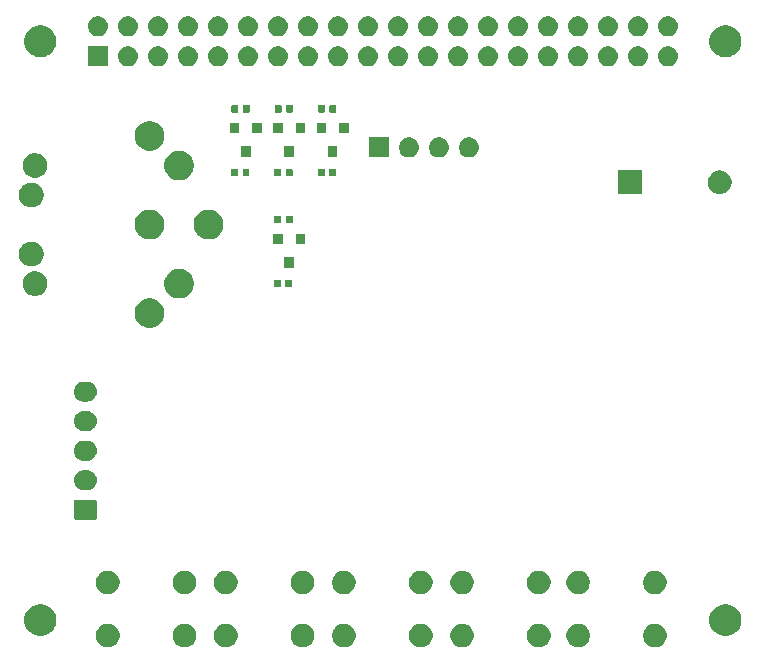
<source format=gbs>
G04 #@! TF.GenerationSoftware,KiCad,Pcbnew,(5.1.0)-1*
G04 #@! TF.CreationDate,2020-07-11T17:50:00+02:00*
G04 #@! TF.ProjectId,Pi1541,50693135-3431-42e6-9b69-6361645f7063,rev?*
G04 #@! TF.SameCoordinates,Original*
G04 #@! TF.FileFunction,Soldermask,Bot*
G04 #@! TF.FilePolarity,Negative*
%FSLAX46Y46*%
G04 Gerber Fmt 4.6, Leading zero omitted, Abs format (unit mm)*
G04 Created by KiCad (PCBNEW (5.1.0)-1) date 2020-07-11 17:50:00*
%MOMM*%
%LPD*%
G04 APERTURE LIST*
%ADD10C,0.150000*%
G04 APERTURE END LIST*
D10*
G36*
X255758290Y-146835619D02*
G01*
X255822689Y-146848429D01*
X256004678Y-146923811D01*
X256168463Y-147033249D01*
X256307751Y-147172537D01*
X256417189Y-147336322D01*
X256492571Y-147518311D01*
X256531000Y-147711509D01*
X256531000Y-147908491D01*
X256492571Y-148101689D01*
X256417189Y-148283678D01*
X256307751Y-148447463D01*
X256168463Y-148586751D01*
X256004678Y-148696189D01*
X255822689Y-148771571D01*
X255758290Y-148784381D01*
X255629493Y-148810000D01*
X255432507Y-148810000D01*
X255303710Y-148784381D01*
X255239311Y-148771571D01*
X255057322Y-148696189D01*
X254893537Y-148586751D01*
X254754249Y-148447463D01*
X254644811Y-148283678D01*
X254569429Y-148101689D01*
X254531000Y-147908491D01*
X254531000Y-147711509D01*
X254569429Y-147518311D01*
X254644811Y-147336322D01*
X254754249Y-147172537D01*
X254893537Y-147033249D01*
X255057322Y-146923811D01*
X255239311Y-146848429D01*
X255303710Y-146835619D01*
X255432507Y-146810000D01*
X255629493Y-146810000D01*
X255758290Y-146835619D01*
X255758290Y-146835619D01*
G37*
G36*
X249258290Y-146835619D02*
G01*
X249322689Y-146848429D01*
X249504678Y-146923811D01*
X249668463Y-147033249D01*
X249807751Y-147172537D01*
X249917189Y-147336322D01*
X249992571Y-147518311D01*
X250031000Y-147711509D01*
X250031000Y-147908491D01*
X249992571Y-148101689D01*
X249917189Y-148283678D01*
X249807751Y-148447463D01*
X249668463Y-148586751D01*
X249504678Y-148696189D01*
X249322689Y-148771571D01*
X249258290Y-148784381D01*
X249129493Y-148810000D01*
X248932507Y-148810000D01*
X248803710Y-148784381D01*
X248739311Y-148771571D01*
X248557322Y-148696189D01*
X248393537Y-148586751D01*
X248254249Y-148447463D01*
X248144811Y-148283678D01*
X248069429Y-148101689D01*
X248031000Y-147908491D01*
X248031000Y-147711509D01*
X248069429Y-147518311D01*
X248144811Y-147336322D01*
X248254249Y-147172537D01*
X248393537Y-147033249D01*
X248557322Y-146923811D01*
X248739311Y-146848429D01*
X248803710Y-146835619D01*
X248932507Y-146810000D01*
X249129493Y-146810000D01*
X249258290Y-146835619D01*
X249258290Y-146835619D01*
G37*
G36*
X215937290Y-146835619D02*
G01*
X216001689Y-146848429D01*
X216183678Y-146923811D01*
X216347463Y-147033249D01*
X216486751Y-147172537D01*
X216596189Y-147336322D01*
X216671571Y-147518311D01*
X216710000Y-147711509D01*
X216710000Y-147908491D01*
X216671571Y-148101689D01*
X216596189Y-148283678D01*
X216486751Y-148447463D01*
X216347463Y-148586751D01*
X216183678Y-148696189D01*
X216001689Y-148771571D01*
X215937290Y-148784381D01*
X215808493Y-148810000D01*
X215611507Y-148810000D01*
X215482710Y-148784381D01*
X215418311Y-148771571D01*
X215236322Y-148696189D01*
X215072537Y-148586751D01*
X214933249Y-148447463D01*
X214823811Y-148283678D01*
X214748429Y-148101689D01*
X214710000Y-147908491D01*
X214710000Y-147711509D01*
X214748429Y-147518311D01*
X214823811Y-147336322D01*
X214933249Y-147172537D01*
X215072537Y-147033249D01*
X215236322Y-146923811D01*
X215418311Y-146848429D01*
X215482710Y-146835619D01*
X215611507Y-146810000D01*
X215808493Y-146810000D01*
X215937290Y-146835619D01*
X215937290Y-146835619D01*
G37*
G36*
X209437290Y-146835619D02*
G01*
X209501689Y-146848429D01*
X209683678Y-146923811D01*
X209847463Y-147033249D01*
X209986751Y-147172537D01*
X210096189Y-147336322D01*
X210171571Y-147518311D01*
X210210000Y-147711509D01*
X210210000Y-147908491D01*
X210171571Y-148101689D01*
X210096189Y-148283678D01*
X209986751Y-148447463D01*
X209847463Y-148586751D01*
X209683678Y-148696189D01*
X209501689Y-148771571D01*
X209437290Y-148784381D01*
X209308493Y-148810000D01*
X209111507Y-148810000D01*
X208982710Y-148784381D01*
X208918311Y-148771571D01*
X208736322Y-148696189D01*
X208572537Y-148586751D01*
X208433249Y-148447463D01*
X208323811Y-148283678D01*
X208248429Y-148101689D01*
X208210000Y-147908491D01*
X208210000Y-147711509D01*
X208248429Y-147518311D01*
X208323811Y-147336322D01*
X208433249Y-147172537D01*
X208572537Y-147033249D01*
X208736322Y-146923811D01*
X208918311Y-146848429D01*
X208982710Y-146835619D01*
X209111507Y-146810000D01*
X209308493Y-146810000D01*
X209437290Y-146835619D01*
X209437290Y-146835619D01*
G37*
G36*
X219428290Y-146835619D02*
G01*
X219492689Y-146848429D01*
X219674678Y-146923811D01*
X219838463Y-147033249D01*
X219977751Y-147172537D01*
X220087189Y-147336322D01*
X220162571Y-147518311D01*
X220201000Y-147711509D01*
X220201000Y-147908491D01*
X220162571Y-148101689D01*
X220087189Y-148283678D01*
X219977751Y-148447463D01*
X219838463Y-148586751D01*
X219674678Y-148696189D01*
X219492689Y-148771571D01*
X219428290Y-148784381D01*
X219299493Y-148810000D01*
X219102507Y-148810000D01*
X218973710Y-148784381D01*
X218909311Y-148771571D01*
X218727322Y-148696189D01*
X218563537Y-148586751D01*
X218424249Y-148447463D01*
X218314811Y-148283678D01*
X218239429Y-148101689D01*
X218201000Y-147908491D01*
X218201000Y-147711509D01*
X218239429Y-147518311D01*
X218314811Y-147336322D01*
X218424249Y-147172537D01*
X218563537Y-147033249D01*
X218727322Y-146923811D01*
X218909311Y-146848429D01*
X218973710Y-146835619D01*
X219102507Y-146810000D01*
X219299493Y-146810000D01*
X219428290Y-146835619D01*
X219428290Y-146835619D01*
G37*
G36*
X225928290Y-146835619D02*
G01*
X225992689Y-146848429D01*
X226174678Y-146923811D01*
X226338463Y-147033249D01*
X226477751Y-147172537D01*
X226587189Y-147336322D01*
X226662571Y-147518311D01*
X226701000Y-147711509D01*
X226701000Y-147908491D01*
X226662571Y-148101689D01*
X226587189Y-148283678D01*
X226477751Y-148447463D01*
X226338463Y-148586751D01*
X226174678Y-148696189D01*
X225992689Y-148771571D01*
X225928290Y-148784381D01*
X225799493Y-148810000D01*
X225602507Y-148810000D01*
X225473710Y-148784381D01*
X225409311Y-148771571D01*
X225227322Y-148696189D01*
X225063537Y-148586751D01*
X224924249Y-148447463D01*
X224814811Y-148283678D01*
X224739429Y-148101689D01*
X224701000Y-147908491D01*
X224701000Y-147711509D01*
X224739429Y-147518311D01*
X224814811Y-147336322D01*
X224924249Y-147172537D01*
X225063537Y-147033249D01*
X225227322Y-146923811D01*
X225409311Y-146848429D01*
X225473710Y-146835619D01*
X225602507Y-146810000D01*
X225799493Y-146810000D01*
X225928290Y-146835619D01*
X225928290Y-146835619D01*
G37*
G36*
X229428290Y-146835619D02*
G01*
X229492689Y-146848429D01*
X229674678Y-146923811D01*
X229838463Y-147033249D01*
X229977751Y-147172537D01*
X230087189Y-147336322D01*
X230162571Y-147518311D01*
X230201000Y-147711509D01*
X230201000Y-147908491D01*
X230162571Y-148101689D01*
X230087189Y-148283678D01*
X229977751Y-148447463D01*
X229838463Y-148586751D01*
X229674678Y-148696189D01*
X229492689Y-148771571D01*
X229428290Y-148784381D01*
X229299493Y-148810000D01*
X229102507Y-148810000D01*
X228973710Y-148784381D01*
X228909311Y-148771571D01*
X228727322Y-148696189D01*
X228563537Y-148586751D01*
X228424249Y-148447463D01*
X228314811Y-148283678D01*
X228239429Y-148101689D01*
X228201000Y-147908491D01*
X228201000Y-147711509D01*
X228239429Y-147518311D01*
X228314811Y-147336322D01*
X228424249Y-147172537D01*
X228563537Y-147033249D01*
X228727322Y-146923811D01*
X228909311Y-146848429D01*
X228973710Y-146835619D01*
X229102507Y-146810000D01*
X229299493Y-146810000D01*
X229428290Y-146835619D01*
X229428290Y-146835619D01*
G37*
G36*
X235928290Y-146835619D02*
G01*
X235992689Y-146848429D01*
X236174678Y-146923811D01*
X236338463Y-147033249D01*
X236477751Y-147172537D01*
X236587189Y-147336322D01*
X236662571Y-147518311D01*
X236701000Y-147711509D01*
X236701000Y-147908491D01*
X236662571Y-148101689D01*
X236587189Y-148283678D01*
X236477751Y-148447463D01*
X236338463Y-148586751D01*
X236174678Y-148696189D01*
X235992689Y-148771571D01*
X235928290Y-148784381D01*
X235799493Y-148810000D01*
X235602507Y-148810000D01*
X235473710Y-148784381D01*
X235409311Y-148771571D01*
X235227322Y-148696189D01*
X235063537Y-148586751D01*
X234924249Y-148447463D01*
X234814811Y-148283678D01*
X234739429Y-148101689D01*
X234701000Y-147908491D01*
X234701000Y-147711509D01*
X234739429Y-147518311D01*
X234814811Y-147336322D01*
X234924249Y-147172537D01*
X235063537Y-147033249D01*
X235227322Y-146923811D01*
X235409311Y-146848429D01*
X235473710Y-146835619D01*
X235602507Y-146810000D01*
X235799493Y-146810000D01*
X235928290Y-146835619D01*
X235928290Y-146835619D01*
G37*
G36*
X245928290Y-146835619D02*
G01*
X245992689Y-146848429D01*
X246174678Y-146923811D01*
X246338463Y-147033249D01*
X246477751Y-147172537D01*
X246587189Y-147336322D01*
X246662571Y-147518311D01*
X246701000Y-147711509D01*
X246701000Y-147908491D01*
X246662571Y-148101689D01*
X246587189Y-148283678D01*
X246477751Y-148447463D01*
X246338463Y-148586751D01*
X246174678Y-148696189D01*
X245992689Y-148771571D01*
X245928290Y-148784381D01*
X245799493Y-148810000D01*
X245602507Y-148810000D01*
X245473710Y-148784381D01*
X245409311Y-148771571D01*
X245227322Y-148696189D01*
X245063537Y-148586751D01*
X244924249Y-148447463D01*
X244814811Y-148283678D01*
X244739429Y-148101689D01*
X244701000Y-147908491D01*
X244701000Y-147711509D01*
X244739429Y-147518311D01*
X244814811Y-147336322D01*
X244924249Y-147172537D01*
X245063537Y-147033249D01*
X245227322Y-146923811D01*
X245409311Y-146848429D01*
X245473710Y-146835619D01*
X245602507Y-146810000D01*
X245799493Y-146810000D01*
X245928290Y-146835619D01*
X245928290Y-146835619D01*
G37*
G36*
X239428290Y-146835619D02*
G01*
X239492689Y-146848429D01*
X239674678Y-146923811D01*
X239838463Y-147033249D01*
X239977751Y-147172537D01*
X240087189Y-147336322D01*
X240162571Y-147518311D01*
X240201000Y-147711509D01*
X240201000Y-147908491D01*
X240162571Y-148101689D01*
X240087189Y-148283678D01*
X239977751Y-148447463D01*
X239838463Y-148586751D01*
X239674678Y-148696189D01*
X239492689Y-148771571D01*
X239428290Y-148784381D01*
X239299493Y-148810000D01*
X239102507Y-148810000D01*
X238973710Y-148784381D01*
X238909311Y-148771571D01*
X238727322Y-148696189D01*
X238563537Y-148586751D01*
X238424249Y-148447463D01*
X238314811Y-148283678D01*
X238239429Y-148101689D01*
X238201000Y-147908491D01*
X238201000Y-147711509D01*
X238239429Y-147518311D01*
X238314811Y-147336322D01*
X238424249Y-147172537D01*
X238563537Y-147033249D01*
X238727322Y-146923811D01*
X238909311Y-146848429D01*
X238973710Y-146835619D01*
X239102507Y-146810000D01*
X239299493Y-146810000D01*
X239428290Y-146835619D01*
X239428290Y-146835619D01*
G37*
G36*
X261893779Y-145201879D02*
G01*
X262139463Y-145303645D01*
X262139465Y-145303646D01*
X262250769Y-145378017D01*
X262360574Y-145451386D01*
X262548614Y-145639426D01*
X262696355Y-145860537D01*
X262798121Y-146106221D01*
X262850000Y-146367035D01*
X262850000Y-146632965D01*
X262798121Y-146893779D01*
X262785681Y-146923811D01*
X262696354Y-147139465D01*
X262621983Y-147250769D01*
X262564819Y-147336322D01*
X262548613Y-147360575D01*
X262360575Y-147548613D01*
X262139465Y-147696354D01*
X262139464Y-147696355D01*
X262139463Y-147696355D01*
X261893779Y-147798121D01*
X261632965Y-147850000D01*
X261367035Y-147850000D01*
X261106221Y-147798121D01*
X260860537Y-147696355D01*
X260860536Y-147696355D01*
X260860535Y-147696354D01*
X260639425Y-147548613D01*
X260451387Y-147360575D01*
X260435182Y-147336322D01*
X260378017Y-147250769D01*
X260303646Y-147139465D01*
X260214319Y-146923811D01*
X260201879Y-146893779D01*
X260150000Y-146632965D01*
X260150000Y-146367035D01*
X260201879Y-146106221D01*
X260303645Y-145860537D01*
X260451386Y-145639426D01*
X260639426Y-145451386D01*
X260749231Y-145378017D01*
X260860535Y-145303646D01*
X260860537Y-145303645D01*
X261106221Y-145201879D01*
X261367035Y-145150000D01*
X261632965Y-145150000D01*
X261893779Y-145201879D01*
X261893779Y-145201879D01*
G37*
G36*
X203893779Y-145201879D02*
G01*
X204139463Y-145303645D01*
X204139465Y-145303646D01*
X204250769Y-145378017D01*
X204360574Y-145451386D01*
X204548614Y-145639426D01*
X204696355Y-145860537D01*
X204798121Y-146106221D01*
X204850000Y-146367035D01*
X204850000Y-146632965D01*
X204798121Y-146893779D01*
X204785681Y-146923811D01*
X204696354Y-147139465D01*
X204621983Y-147250769D01*
X204564819Y-147336322D01*
X204548613Y-147360575D01*
X204360575Y-147548613D01*
X204139465Y-147696354D01*
X204139464Y-147696355D01*
X204139463Y-147696355D01*
X203893779Y-147798121D01*
X203632965Y-147850000D01*
X203367035Y-147850000D01*
X203106221Y-147798121D01*
X202860537Y-147696355D01*
X202860536Y-147696355D01*
X202860535Y-147696354D01*
X202639425Y-147548613D01*
X202451387Y-147360575D01*
X202435182Y-147336322D01*
X202378017Y-147250769D01*
X202303646Y-147139465D01*
X202214319Y-146923811D01*
X202201879Y-146893779D01*
X202150000Y-146632965D01*
X202150000Y-146367035D01*
X202201879Y-146106221D01*
X202303645Y-145860537D01*
X202451386Y-145639426D01*
X202639426Y-145451386D01*
X202749231Y-145378017D01*
X202860535Y-145303646D01*
X202860537Y-145303645D01*
X203106221Y-145201879D01*
X203367035Y-145150000D01*
X203632965Y-145150000D01*
X203893779Y-145201879D01*
X203893779Y-145201879D01*
G37*
G36*
X245928290Y-142335619D02*
G01*
X245992689Y-142348429D01*
X246174678Y-142423811D01*
X246338463Y-142533249D01*
X246477751Y-142672537D01*
X246587189Y-142836322D01*
X246662571Y-143018311D01*
X246701000Y-143211509D01*
X246701000Y-143408491D01*
X246662571Y-143601689D01*
X246587189Y-143783678D01*
X246477751Y-143947463D01*
X246338463Y-144086751D01*
X246174678Y-144196189D01*
X245992689Y-144271571D01*
X245928290Y-144284381D01*
X245799493Y-144310000D01*
X245602507Y-144310000D01*
X245473710Y-144284381D01*
X245409311Y-144271571D01*
X245227322Y-144196189D01*
X245063537Y-144086751D01*
X244924249Y-143947463D01*
X244814811Y-143783678D01*
X244739429Y-143601689D01*
X244701000Y-143408491D01*
X244701000Y-143211509D01*
X244739429Y-143018311D01*
X244814811Y-142836322D01*
X244924249Y-142672537D01*
X245063537Y-142533249D01*
X245227322Y-142423811D01*
X245409311Y-142348429D01*
X245473710Y-142335619D01*
X245602507Y-142310000D01*
X245799493Y-142310000D01*
X245928290Y-142335619D01*
X245928290Y-142335619D01*
G37*
G36*
X249258290Y-142335619D02*
G01*
X249322689Y-142348429D01*
X249504678Y-142423811D01*
X249668463Y-142533249D01*
X249807751Y-142672537D01*
X249917189Y-142836322D01*
X249992571Y-143018311D01*
X250031000Y-143211509D01*
X250031000Y-143408491D01*
X249992571Y-143601689D01*
X249917189Y-143783678D01*
X249807751Y-143947463D01*
X249668463Y-144086751D01*
X249504678Y-144196189D01*
X249322689Y-144271571D01*
X249258290Y-144284381D01*
X249129493Y-144310000D01*
X248932507Y-144310000D01*
X248803710Y-144284381D01*
X248739311Y-144271571D01*
X248557322Y-144196189D01*
X248393537Y-144086751D01*
X248254249Y-143947463D01*
X248144811Y-143783678D01*
X248069429Y-143601689D01*
X248031000Y-143408491D01*
X248031000Y-143211509D01*
X248069429Y-143018311D01*
X248144811Y-142836322D01*
X248254249Y-142672537D01*
X248393537Y-142533249D01*
X248557322Y-142423811D01*
X248739311Y-142348429D01*
X248803710Y-142335619D01*
X248932507Y-142310000D01*
X249129493Y-142310000D01*
X249258290Y-142335619D01*
X249258290Y-142335619D01*
G37*
G36*
X225928290Y-142335619D02*
G01*
X225992689Y-142348429D01*
X226174678Y-142423811D01*
X226338463Y-142533249D01*
X226477751Y-142672537D01*
X226587189Y-142836322D01*
X226662571Y-143018311D01*
X226701000Y-143211509D01*
X226701000Y-143408491D01*
X226662571Y-143601689D01*
X226587189Y-143783678D01*
X226477751Y-143947463D01*
X226338463Y-144086751D01*
X226174678Y-144196189D01*
X225992689Y-144271571D01*
X225928290Y-144284381D01*
X225799493Y-144310000D01*
X225602507Y-144310000D01*
X225473710Y-144284381D01*
X225409311Y-144271571D01*
X225227322Y-144196189D01*
X225063537Y-144086751D01*
X224924249Y-143947463D01*
X224814811Y-143783678D01*
X224739429Y-143601689D01*
X224701000Y-143408491D01*
X224701000Y-143211509D01*
X224739429Y-143018311D01*
X224814811Y-142836322D01*
X224924249Y-142672537D01*
X225063537Y-142533249D01*
X225227322Y-142423811D01*
X225409311Y-142348429D01*
X225473710Y-142335619D01*
X225602507Y-142310000D01*
X225799493Y-142310000D01*
X225928290Y-142335619D01*
X225928290Y-142335619D01*
G37*
G36*
X219428290Y-142335619D02*
G01*
X219492689Y-142348429D01*
X219674678Y-142423811D01*
X219838463Y-142533249D01*
X219977751Y-142672537D01*
X220087189Y-142836322D01*
X220162571Y-143018311D01*
X220201000Y-143211509D01*
X220201000Y-143408491D01*
X220162571Y-143601689D01*
X220087189Y-143783678D01*
X219977751Y-143947463D01*
X219838463Y-144086751D01*
X219674678Y-144196189D01*
X219492689Y-144271571D01*
X219428290Y-144284381D01*
X219299493Y-144310000D01*
X219102507Y-144310000D01*
X218973710Y-144284381D01*
X218909311Y-144271571D01*
X218727322Y-144196189D01*
X218563537Y-144086751D01*
X218424249Y-143947463D01*
X218314811Y-143783678D01*
X218239429Y-143601689D01*
X218201000Y-143408491D01*
X218201000Y-143211509D01*
X218239429Y-143018311D01*
X218314811Y-142836322D01*
X218424249Y-142672537D01*
X218563537Y-142533249D01*
X218727322Y-142423811D01*
X218909311Y-142348429D01*
X218973710Y-142335619D01*
X219102507Y-142310000D01*
X219299493Y-142310000D01*
X219428290Y-142335619D01*
X219428290Y-142335619D01*
G37*
G36*
X209437290Y-142335619D02*
G01*
X209501689Y-142348429D01*
X209683678Y-142423811D01*
X209847463Y-142533249D01*
X209986751Y-142672537D01*
X210096189Y-142836322D01*
X210171571Y-143018311D01*
X210210000Y-143211509D01*
X210210000Y-143408491D01*
X210171571Y-143601689D01*
X210096189Y-143783678D01*
X209986751Y-143947463D01*
X209847463Y-144086751D01*
X209683678Y-144196189D01*
X209501689Y-144271571D01*
X209437290Y-144284381D01*
X209308493Y-144310000D01*
X209111507Y-144310000D01*
X208982710Y-144284381D01*
X208918311Y-144271571D01*
X208736322Y-144196189D01*
X208572537Y-144086751D01*
X208433249Y-143947463D01*
X208323811Y-143783678D01*
X208248429Y-143601689D01*
X208210000Y-143408491D01*
X208210000Y-143211509D01*
X208248429Y-143018311D01*
X208323811Y-142836322D01*
X208433249Y-142672537D01*
X208572537Y-142533249D01*
X208736322Y-142423811D01*
X208918311Y-142348429D01*
X208982710Y-142335619D01*
X209111507Y-142310000D01*
X209308493Y-142310000D01*
X209437290Y-142335619D01*
X209437290Y-142335619D01*
G37*
G36*
X215937290Y-142335619D02*
G01*
X216001689Y-142348429D01*
X216183678Y-142423811D01*
X216347463Y-142533249D01*
X216486751Y-142672537D01*
X216596189Y-142836322D01*
X216671571Y-143018311D01*
X216710000Y-143211509D01*
X216710000Y-143408491D01*
X216671571Y-143601689D01*
X216596189Y-143783678D01*
X216486751Y-143947463D01*
X216347463Y-144086751D01*
X216183678Y-144196189D01*
X216001689Y-144271571D01*
X215937290Y-144284381D01*
X215808493Y-144310000D01*
X215611507Y-144310000D01*
X215482710Y-144284381D01*
X215418311Y-144271571D01*
X215236322Y-144196189D01*
X215072537Y-144086751D01*
X214933249Y-143947463D01*
X214823811Y-143783678D01*
X214748429Y-143601689D01*
X214710000Y-143408491D01*
X214710000Y-143211509D01*
X214748429Y-143018311D01*
X214823811Y-142836322D01*
X214933249Y-142672537D01*
X215072537Y-142533249D01*
X215236322Y-142423811D01*
X215418311Y-142348429D01*
X215482710Y-142335619D01*
X215611507Y-142310000D01*
X215808493Y-142310000D01*
X215937290Y-142335619D01*
X215937290Y-142335619D01*
G37*
G36*
X255758290Y-142335619D02*
G01*
X255822689Y-142348429D01*
X256004678Y-142423811D01*
X256168463Y-142533249D01*
X256307751Y-142672537D01*
X256417189Y-142836322D01*
X256492571Y-143018311D01*
X256531000Y-143211509D01*
X256531000Y-143408491D01*
X256492571Y-143601689D01*
X256417189Y-143783678D01*
X256307751Y-143947463D01*
X256168463Y-144086751D01*
X256004678Y-144196189D01*
X255822689Y-144271571D01*
X255758290Y-144284381D01*
X255629493Y-144310000D01*
X255432507Y-144310000D01*
X255303710Y-144284381D01*
X255239311Y-144271571D01*
X255057322Y-144196189D01*
X254893537Y-144086751D01*
X254754249Y-143947463D01*
X254644811Y-143783678D01*
X254569429Y-143601689D01*
X254531000Y-143408491D01*
X254531000Y-143211509D01*
X254569429Y-143018311D01*
X254644811Y-142836322D01*
X254754249Y-142672537D01*
X254893537Y-142533249D01*
X255057322Y-142423811D01*
X255239311Y-142348429D01*
X255303710Y-142335619D01*
X255432507Y-142310000D01*
X255629493Y-142310000D01*
X255758290Y-142335619D01*
X255758290Y-142335619D01*
G37*
G36*
X239428290Y-142335619D02*
G01*
X239492689Y-142348429D01*
X239674678Y-142423811D01*
X239838463Y-142533249D01*
X239977751Y-142672537D01*
X240087189Y-142836322D01*
X240162571Y-143018311D01*
X240201000Y-143211509D01*
X240201000Y-143408491D01*
X240162571Y-143601689D01*
X240087189Y-143783678D01*
X239977751Y-143947463D01*
X239838463Y-144086751D01*
X239674678Y-144196189D01*
X239492689Y-144271571D01*
X239428290Y-144284381D01*
X239299493Y-144310000D01*
X239102507Y-144310000D01*
X238973710Y-144284381D01*
X238909311Y-144271571D01*
X238727322Y-144196189D01*
X238563537Y-144086751D01*
X238424249Y-143947463D01*
X238314811Y-143783678D01*
X238239429Y-143601689D01*
X238201000Y-143408491D01*
X238201000Y-143211509D01*
X238239429Y-143018311D01*
X238314811Y-142836322D01*
X238424249Y-142672537D01*
X238563537Y-142533249D01*
X238727322Y-142423811D01*
X238909311Y-142348429D01*
X238973710Y-142335619D01*
X239102507Y-142310000D01*
X239299493Y-142310000D01*
X239428290Y-142335619D01*
X239428290Y-142335619D01*
G37*
G36*
X229428290Y-142335619D02*
G01*
X229492689Y-142348429D01*
X229674678Y-142423811D01*
X229838463Y-142533249D01*
X229977751Y-142672537D01*
X230087189Y-142836322D01*
X230162571Y-143018311D01*
X230201000Y-143211509D01*
X230201000Y-143408491D01*
X230162571Y-143601689D01*
X230087189Y-143783678D01*
X229977751Y-143947463D01*
X229838463Y-144086751D01*
X229674678Y-144196189D01*
X229492689Y-144271571D01*
X229428290Y-144284381D01*
X229299493Y-144310000D01*
X229102507Y-144310000D01*
X228973710Y-144284381D01*
X228909311Y-144271571D01*
X228727322Y-144196189D01*
X228563537Y-144086751D01*
X228424249Y-143947463D01*
X228314811Y-143783678D01*
X228239429Y-143601689D01*
X228201000Y-143408491D01*
X228201000Y-143211509D01*
X228239429Y-143018311D01*
X228314811Y-142836322D01*
X228424249Y-142672537D01*
X228563537Y-142533249D01*
X228727322Y-142423811D01*
X228909311Y-142348429D01*
X228973710Y-142335619D01*
X229102507Y-142310000D01*
X229299493Y-142310000D01*
X229428290Y-142335619D01*
X229428290Y-142335619D01*
G37*
G36*
X235928290Y-142335619D02*
G01*
X235992689Y-142348429D01*
X236174678Y-142423811D01*
X236338463Y-142533249D01*
X236477751Y-142672537D01*
X236587189Y-142836322D01*
X236662571Y-143018311D01*
X236701000Y-143211509D01*
X236701000Y-143408491D01*
X236662571Y-143601689D01*
X236587189Y-143783678D01*
X236477751Y-143947463D01*
X236338463Y-144086751D01*
X236174678Y-144196189D01*
X235992689Y-144271571D01*
X235928290Y-144284381D01*
X235799493Y-144310000D01*
X235602507Y-144310000D01*
X235473710Y-144284381D01*
X235409311Y-144271571D01*
X235227322Y-144196189D01*
X235063537Y-144086751D01*
X234924249Y-143947463D01*
X234814811Y-143783678D01*
X234739429Y-143601689D01*
X234701000Y-143408491D01*
X234701000Y-143211509D01*
X234739429Y-143018311D01*
X234814811Y-142836322D01*
X234924249Y-142672537D01*
X235063537Y-142533249D01*
X235227322Y-142423811D01*
X235409311Y-142348429D01*
X235473710Y-142335619D01*
X235602507Y-142310000D01*
X235799493Y-142310000D01*
X235928290Y-142335619D01*
X235928290Y-142335619D01*
G37*
G36*
X208149677Y-136311701D02*
G01*
X208179909Y-136320873D01*
X208207771Y-136335764D01*
X208232193Y-136355807D01*
X208252236Y-136380229D01*
X208267127Y-136408091D01*
X208276299Y-136438323D01*
X208280000Y-136475905D01*
X208280000Y-137840095D01*
X208276299Y-137877677D01*
X208267127Y-137907909D01*
X208252236Y-137935771D01*
X208232193Y-137960193D01*
X208207771Y-137980236D01*
X208179909Y-137995127D01*
X208149677Y-138004299D01*
X208112095Y-138008000D01*
X206497905Y-138008000D01*
X206460323Y-138004299D01*
X206430091Y-137995127D01*
X206402229Y-137980236D01*
X206377807Y-137960193D01*
X206357764Y-137935771D01*
X206342873Y-137907909D01*
X206333701Y-137877677D01*
X206330000Y-137840095D01*
X206330000Y-136475905D01*
X206333701Y-136438323D01*
X206342873Y-136408091D01*
X206357764Y-136380229D01*
X206377807Y-136355807D01*
X206402229Y-136335764D01*
X206430091Y-136320873D01*
X206460323Y-136311701D01*
X206497905Y-136308000D01*
X208112095Y-136308000D01*
X208149677Y-136311701D01*
X208149677Y-136311701D01*
G37*
G36*
X207596627Y-133820299D02*
G01*
X207676742Y-133844601D01*
X207756855Y-133868903D01*
X207756857Y-133868904D01*
X207904518Y-133947831D01*
X208033949Y-134054051D01*
X208140169Y-134183482D01*
X208219096Y-134331143D01*
X208267701Y-134491373D01*
X208284112Y-134658000D01*
X208267701Y-134824627D01*
X208219096Y-134984857D01*
X208140169Y-135132518D01*
X208033949Y-135261949D01*
X207904518Y-135368169D01*
X207756857Y-135447096D01*
X207756855Y-135447097D01*
X207676742Y-135471398D01*
X207596627Y-135495701D01*
X207471752Y-135508000D01*
X207138248Y-135508000D01*
X207013373Y-135495701D01*
X206933258Y-135471399D01*
X206853145Y-135447097D01*
X206853143Y-135447096D01*
X206705482Y-135368169D01*
X206576051Y-135261949D01*
X206469831Y-135132518D01*
X206390904Y-134984857D01*
X206342299Y-134824627D01*
X206325888Y-134658000D01*
X206342299Y-134491373D01*
X206390904Y-134331143D01*
X206469831Y-134183482D01*
X206576051Y-134054051D01*
X206705482Y-133947831D01*
X206853143Y-133868904D01*
X206853145Y-133868903D01*
X206933258Y-133844601D01*
X207013373Y-133820299D01*
X207138248Y-133808000D01*
X207471752Y-133808000D01*
X207596627Y-133820299D01*
X207596627Y-133820299D01*
G37*
G36*
X207596627Y-131320299D02*
G01*
X207676742Y-131344602D01*
X207756855Y-131368903D01*
X207756857Y-131368904D01*
X207904518Y-131447831D01*
X208033949Y-131554051D01*
X208140169Y-131683482D01*
X208219096Y-131831143D01*
X208267701Y-131991373D01*
X208284112Y-132158000D01*
X208267701Y-132324627D01*
X208219096Y-132484857D01*
X208140169Y-132632518D01*
X208033949Y-132761949D01*
X207904518Y-132868169D01*
X207756857Y-132947096D01*
X207756855Y-132947097D01*
X207676742Y-132971398D01*
X207596627Y-132995701D01*
X207471752Y-133008000D01*
X207138248Y-133008000D01*
X207013373Y-132995701D01*
X206933258Y-132971398D01*
X206853145Y-132947097D01*
X206853143Y-132947096D01*
X206705482Y-132868169D01*
X206576051Y-132761949D01*
X206469831Y-132632518D01*
X206390904Y-132484857D01*
X206342299Y-132324627D01*
X206325888Y-132158000D01*
X206342299Y-131991373D01*
X206390904Y-131831143D01*
X206469831Y-131683482D01*
X206576051Y-131554051D01*
X206705482Y-131447831D01*
X206853143Y-131368904D01*
X206853145Y-131368903D01*
X206933258Y-131344601D01*
X207013373Y-131320299D01*
X207138248Y-131308000D01*
X207471752Y-131308000D01*
X207596627Y-131320299D01*
X207596627Y-131320299D01*
G37*
G36*
X207596627Y-128820299D02*
G01*
X207676742Y-128844602D01*
X207756855Y-128868903D01*
X207756857Y-128868904D01*
X207904518Y-128947831D01*
X208033949Y-129054051D01*
X208140169Y-129183482D01*
X208219096Y-129331143D01*
X208267701Y-129491373D01*
X208284112Y-129658000D01*
X208267701Y-129824627D01*
X208219096Y-129984857D01*
X208140169Y-130132518D01*
X208033949Y-130261949D01*
X207904518Y-130368169D01*
X207756857Y-130447096D01*
X207756855Y-130447097D01*
X207676742Y-130471398D01*
X207596627Y-130495701D01*
X207471752Y-130508000D01*
X207138248Y-130508000D01*
X207013373Y-130495701D01*
X206933258Y-130471399D01*
X206853145Y-130447097D01*
X206853143Y-130447096D01*
X206705482Y-130368169D01*
X206576051Y-130261949D01*
X206469831Y-130132518D01*
X206390904Y-129984857D01*
X206342299Y-129824627D01*
X206325888Y-129658000D01*
X206342299Y-129491373D01*
X206390904Y-129331143D01*
X206469831Y-129183482D01*
X206576051Y-129054051D01*
X206705482Y-128947831D01*
X206853143Y-128868904D01*
X206853145Y-128868903D01*
X206933258Y-128844602D01*
X207013373Y-128820299D01*
X207138248Y-128808000D01*
X207471752Y-128808000D01*
X207596627Y-128820299D01*
X207596627Y-128820299D01*
G37*
G36*
X207596627Y-126320299D02*
G01*
X207676742Y-126344602D01*
X207756855Y-126368903D01*
X207756857Y-126368904D01*
X207904518Y-126447831D01*
X208033949Y-126554051D01*
X208140169Y-126683482D01*
X208219096Y-126831143D01*
X208267701Y-126991373D01*
X208284112Y-127158000D01*
X208267701Y-127324627D01*
X208219096Y-127484857D01*
X208140169Y-127632518D01*
X208033949Y-127761949D01*
X207904518Y-127868169D01*
X207756857Y-127947096D01*
X207756855Y-127947097D01*
X207676742Y-127971398D01*
X207596627Y-127995701D01*
X207471752Y-128008000D01*
X207138248Y-128008000D01*
X207013373Y-127995701D01*
X206933258Y-127971398D01*
X206853145Y-127947097D01*
X206853143Y-127947096D01*
X206705482Y-127868169D01*
X206576051Y-127761949D01*
X206469831Y-127632518D01*
X206390904Y-127484857D01*
X206342299Y-127324627D01*
X206325888Y-127158000D01*
X206342299Y-126991373D01*
X206390904Y-126831143D01*
X206469831Y-126683482D01*
X206576051Y-126554051D01*
X206705482Y-126447831D01*
X206853143Y-126368904D01*
X206853145Y-126368903D01*
X206933258Y-126344602D01*
X207013373Y-126320299D01*
X207138248Y-126308000D01*
X207471752Y-126308000D01*
X207596627Y-126320299D01*
X207596627Y-126320299D01*
G37*
G36*
X213105250Y-119310556D02*
G01*
X213332735Y-119404784D01*
X213332737Y-119404785D01*
X213537468Y-119541582D01*
X213711578Y-119715692D01*
X213848376Y-119920425D01*
X213942604Y-120147910D01*
X213990640Y-120389404D01*
X213990640Y-120635636D01*
X213942604Y-120877130D01*
X213848376Y-121104615D01*
X213848375Y-121104617D01*
X213711578Y-121309348D01*
X213537468Y-121483458D01*
X213332737Y-121620255D01*
X213332736Y-121620256D01*
X213332735Y-121620256D01*
X213105250Y-121714484D01*
X212863756Y-121762520D01*
X212617524Y-121762520D01*
X212376030Y-121714484D01*
X212148545Y-121620256D01*
X212148544Y-121620256D01*
X212148543Y-121620255D01*
X211943812Y-121483458D01*
X211769702Y-121309348D01*
X211632905Y-121104617D01*
X211632904Y-121104615D01*
X211538676Y-120877130D01*
X211490640Y-120635636D01*
X211490640Y-120389404D01*
X211538676Y-120147910D01*
X211632904Y-119920425D01*
X211769702Y-119715692D01*
X211943812Y-119541582D01*
X212148543Y-119404785D01*
X212148545Y-119404784D01*
X212376030Y-119310556D01*
X212617524Y-119262520D01*
X212863756Y-119262520D01*
X213105250Y-119310556D01*
X213105250Y-119310556D01*
G37*
G36*
X215605250Y-116810556D02*
G01*
X215832735Y-116904784D01*
X215832737Y-116904785D01*
X216037468Y-117041582D01*
X216211578Y-117215692D01*
X216296766Y-117343184D01*
X216348376Y-117420425D01*
X216442604Y-117647910D01*
X216490640Y-117889404D01*
X216490640Y-118135636D01*
X216442604Y-118377130D01*
X216387616Y-118509882D01*
X216348375Y-118604617D01*
X216211578Y-118809348D01*
X216037468Y-118983458D01*
X215832737Y-119120255D01*
X215832736Y-119120256D01*
X215832735Y-119120256D01*
X215605250Y-119214484D01*
X215363756Y-119262520D01*
X215117524Y-119262520D01*
X214876030Y-119214484D01*
X214648545Y-119120256D01*
X214648544Y-119120256D01*
X214648543Y-119120255D01*
X214443812Y-118983458D01*
X214269702Y-118809348D01*
X214132905Y-118604617D01*
X214093664Y-118509882D01*
X214038676Y-118377130D01*
X213990640Y-118135636D01*
X213990640Y-117889404D01*
X214038676Y-117647910D01*
X214132904Y-117420425D01*
X214184515Y-117343184D01*
X214269702Y-117215692D01*
X214443812Y-117041582D01*
X214648543Y-116904785D01*
X214648545Y-116904784D01*
X214876030Y-116810556D01*
X215117524Y-116762520D01*
X215363756Y-116762520D01*
X215605250Y-116810556D01*
X215605250Y-116810556D01*
G37*
G36*
X203169327Y-116967547D02*
G01*
X203346914Y-117002870D01*
X203538002Y-117082022D01*
X203709976Y-117196931D01*
X203856229Y-117343184D01*
X203971138Y-117515158D01*
X204050290Y-117706246D01*
X204090640Y-117909104D01*
X204090640Y-118115936D01*
X204050290Y-118318794D01*
X203971138Y-118509882D01*
X203856229Y-118681856D01*
X203709976Y-118828109D01*
X203538002Y-118943018D01*
X203346914Y-119022170D01*
X203169327Y-119057493D01*
X203144057Y-119062520D01*
X202937223Y-119062520D01*
X202911953Y-119057493D01*
X202734366Y-119022170D01*
X202543278Y-118943018D01*
X202371304Y-118828109D01*
X202225051Y-118681856D01*
X202110142Y-118509882D01*
X202030990Y-118318794D01*
X201990640Y-118115936D01*
X201990640Y-117909104D01*
X202030990Y-117706246D01*
X202110142Y-117515158D01*
X202225051Y-117343184D01*
X202371304Y-117196931D01*
X202543278Y-117082022D01*
X202734366Y-117002870D01*
X202911953Y-116967547D01*
X202937223Y-116962520D01*
X203144057Y-116962520D01*
X203169327Y-116967547D01*
X203169327Y-116967547D01*
G37*
G36*
X224765463Y-117688226D02*
G01*
X224781299Y-117693030D01*
X224795886Y-117700827D01*
X224808677Y-117711323D01*
X224819173Y-117724114D01*
X224826970Y-117738701D01*
X224831774Y-117754537D01*
X224834000Y-117777140D01*
X224834000Y-118234860D01*
X224831774Y-118257463D01*
X224826970Y-118273299D01*
X224819173Y-118287886D01*
X224808677Y-118300677D01*
X224795886Y-118311173D01*
X224781299Y-118318970D01*
X224765463Y-118323774D01*
X224742860Y-118326000D01*
X224335140Y-118326000D01*
X224312537Y-118323774D01*
X224296701Y-118318970D01*
X224282114Y-118311173D01*
X224269323Y-118300677D01*
X224258827Y-118287886D01*
X224251030Y-118273299D01*
X224246226Y-118257463D01*
X224244000Y-118234860D01*
X224244000Y-117777140D01*
X224246226Y-117754537D01*
X224251030Y-117738701D01*
X224258827Y-117724114D01*
X224269323Y-117711323D01*
X224282114Y-117700827D01*
X224296701Y-117693030D01*
X224312537Y-117688226D01*
X224335140Y-117686000D01*
X224742860Y-117686000D01*
X224765463Y-117688226D01*
X224765463Y-117688226D01*
G37*
G36*
X223795463Y-117688226D02*
G01*
X223811299Y-117693030D01*
X223825886Y-117700827D01*
X223838677Y-117711323D01*
X223849173Y-117724114D01*
X223856970Y-117738701D01*
X223861774Y-117754537D01*
X223864000Y-117777140D01*
X223864000Y-118234860D01*
X223861774Y-118257463D01*
X223856970Y-118273299D01*
X223849173Y-118287886D01*
X223838677Y-118300677D01*
X223825886Y-118311173D01*
X223811299Y-118318970D01*
X223795463Y-118323774D01*
X223772860Y-118326000D01*
X223365140Y-118326000D01*
X223342537Y-118323774D01*
X223326701Y-118318970D01*
X223312114Y-118311173D01*
X223299323Y-118300677D01*
X223288827Y-118287886D01*
X223281030Y-118273299D01*
X223276226Y-118257463D01*
X223274000Y-118234860D01*
X223274000Y-117777140D01*
X223276226Y-117754537D01*
X223281030Y-117738701D01*
X223288827Y-117724114D01*
X223299323Y-117711323D01*
X223312114Y-117700827D01*
X223326701Y-117693030D01*
X223342537Y-117688226D01*
X223365140Y-117686000D01*
X223772860Y-117686000D01*
X223795463Y-117688226D01*
X223795463Y-117688226D01*
G37*
G36*
X224957000Y-116688000D02*
G01*
X224157000Y-116688000D01*
X224157000Y-115788000D01*
X224957000Y-115788000D01*
X224957000Y-116688000D01*
X224957000Y-116688000D01*
G37*
G36*
X202869327Y-114467547D02*
G01*
X203046914Y-114502870D01*
X203238002Y-114582022D01*
X203409976Y-114696931D01*
X203556229Y-114843184D01*
X203671138Y-115015158D01*
X203750290Y-115206246D01*
X203790640Y-115409104D01*
X203790640Y-115615936D01*
X203750290Y-115818794D01*
X203671138Y-116009882D01*
X203556229Y-116181856D01*
X203409976Y-116328109D01*
X203238002Y-116443018D01*
X203046914Y-116522170D01*
X202869327Y-116557493D01*
X202844057Y-116562520D01*
X202637223Y-116562520D01*
X202611953Y-116557493D01*
X202434366Y-116522170D01*
X202243278Y-116443018D01*
X202071304Y-116328109D01*
X201925051Y-116181856D01*
X201810142Y-116009882D01*
X201730990Y-115818794D01*
X201690640Y-115615936D01*
X201690640Y-115409104D01*
X201730990Y-115206246D01*
X201810142Y-115015158D01*
X201925051Y-114843184D01*
X202071304Y-114696931D01*
X202243278Y-114582022D01*
X202434366Y-114502870D01*
X202611953Y-114467547D01*
X202637223Y-114462520D01*
X202844057Y-114462520D01*
X202869327Y-114467547D01*
X202869327Y-114467547D01*
G37*
G36*
X225907000Y-114688000D02*
G01*
X225107000Y-114688000D01*
X225107000Y-113788000D01*
X225907000Y-113788000D01*
X225907000Y-114688000D01*
X225907000Y-114688000D01*
G37*
G36*
X224007000Y-114688000D02*
G01*
X223207000Y-114688000D01*
X223207000Y-113788000D01*
X224007000Y-113788000D01*
X224007000Y-114688000D01*
X224007000Y-114688000D01*
G37*
G36*
X218105250Y-111810556D02*
G01*
X218332735Y-111904784D01*
X218332737Y-111904785D01*
X218537468Y-112041582D01*
X218711578Y-112215692D01*
X218797670Y-112344537D01*
X218848376Y-112420425D01*
X218942604Y-112647910D01*
X218990640Y-112889404D01*
X218990640Y-113135636D01*
X218942604Y-113377130D01*
X218848376Y-113604615D01*
X218848375Y-113604617D01*
X218711578Y-113809348D01*
X218537468Y-113983458D01*
X218332737Y-114120255D01*
X218332736Y-114120256D01*
X218332735Y-114120256D01*
X218105250Y-114214484D01*
X217863756Y-114262520D01*
X217617524Y-114262520D01*
X217376030Y-114214484D01*
X217148545Y-114120256D01*
X217148544Y-114120256D01*
X217148543Y-114120255D01*
X216943812Y-113983458D01*
X216769702Y-113809348D01*
X216632905Y-113604617D01*
X216632904Y-113604615D01*
X216538676Y-113377130D01*
X216490640Y-113135636D01*
X216490640Y-112889404D01*
X216538676Y-112647910D01*
X216632904Y-112420425D01*
X216683611Y-112344537D01*
X216769702Y-112215692D01*
X216943812Y-112041582D01*
X217148543Y-111904785D01*
X217148545Y-111904784D01*
X217376030Y-111810556D01*
X217617524Y-111762520D01*
X217863756Y-111762520D01*
X218105250Y-111810556D01*
X218105250Y-111810556D01*
G37*
G36*
X213105250Y-111810556D02*
G01*
X213332735Y-111904784D01*
X213332737Y-111904785D01*
X213537468Y-112041582D01*
X213711578Y-112215692D01*
X213797670Y-112344537D01*
X213848376Y-112420425D01*
X213942604Y-112647910D01*
X213990640Y-112889404D01*
X213990640Y-113135636D01*
X213942604Y-113377130D01*
X213848376Y-113604615D01*
X213848375Y-113604617D01*
X213711578Y-113809348D01*
X213537468Y-113983458D01*
X213332737Y-114120255D01*
X213332736Y-114120256D01*
X213332735Y-114120256D01*
X213105250Y-114214484D01*
X212863756Y-114262520D01*
X212617524Y-114262520D01*
X212376030Y-114214484D01*
X212148545Y-114120256D01*
X212148544Y-114120256D01*
X212148543Y-114120255D01*
X211943812Y-113983458D01*
X211769702Y-113809348D01*
X211632905Y-113604617D01*
X211632904Y-113604615D01*
X211538676Y-113377130D01*
X211490640Y-113135636D01*
X211490640Y-112889404D01*
X211538676Y-112647910D01*
X211632904Y-112420425D01*
X211683611Y-112344537D01*
X211769702Y-112215692D01*
X211943812Y-112041582D01*
X212148543Y-111904785D01*
X212148545Y-111904784D01*
X212376030Y-111810556D01*
X212617524Y-111762520D01*
X212863756Y-111762520D01*
X213105250Y-111810556D01*
X213105250Y-111810556D01*
G37*
G36*
X224800463Y-112278226D02*
G01*
X224816299Y-112283030D01*
X224830886Y-112290827D01*
X224843677Y-112301323D01*
X224854173Y-112314114D01*
X224861970Y-112328701D01*
X224866774Y-112344537D01*
X224869000Y-112367140D01*
X224869000Y-112824860D01*
X224866774Y-112847463D01*
X224861970Y-112863299D01*
X224854173Y-112877886D01*
X224843677Y-112890677D01*
X224830886Y-112901173D01*
X224816299Y-112908970D01*
X224800463Y-112913774D01*
X224777860Y-112916000D01*
X224370140Y-112916000D01*
X224347537Y-112913774D01*
X224331701Y-112908970D01*
X224317114Y-112901173D01*
X224304323Y-112890677D01*
X224293827Y-112877886D01*
X224286030Y-112863299D01*
X224281226Y-112847463D01*
X224279000Y-112824860D01*
X224279000Y-112367140D01*
X224281226Y-112344537D01*
X224286030Y-112328701D01*
X224293827Y-112314114D01*
X224304323Y-112301323D01*
X224317114Y-112290827D01*
X224331701Y-112283030D01*
X224347537Y-112278226D01*
X224370140Y-112276000D01*
X224777860Y-112276000D01*
X224800463Y-112278226D01*
X224800463Y-112278226D01*
G37*
G36*
X223830463Y-112278226D02*
G01*
X223846299Y-112283030D01*
X223860886Y-112290827D01*
X223873677Y-112301323D01*
X223884173Y-112314114D01*
X223891970Y-112328701D01*
X223896774Y-112344537D01*
X223899000Y-112367140D01*
X223899000Y-112824860D01*
X223896774Y-112847463D01*
X223891970Y-112863299D01*
X223884173Y-112877886D01*
X223873677Y-112890677D01*
X223860886Y-112901173D01*
X223846299Y-112908970D01*
X223830463Y-112913774D01*
X223807860Y-112916000D01*
X223400140Y-112916000D01*
X223377537Y-112913774D01*
X223361701Y-112908970D01*
X223347114Y-112901173D01*
X223334323Y-112890677D01*
X223323827Y-112877886D01*
X223316030Y-112863299D01*
X223311226Y-112847463D01*
X223309000Y-112824860D01*
X223309000Y-112367140D01*
X223311226Y-112344537D01*
X223316030Y-112328701D01*
X223323827Y-112314114D01*
X223334323Y-112301323D01*
X223347114Y-112290827D01*
X223361701Y-112283030D01*
X223377537Y-112278226D01*
X223400140Y-112276000D01*
X223807860Y-112276000D01*
X223830463Y-112278226D01*
X223830463Y-112278226D01*
G37*
G36*
X202869327Y-109467547D02*
G01*
X203046914Y-109502870D01*
X203238002Y-109582022D01*
X203409976Y-109696931D01*
X203556229Y-109843184D01*
X203671138Y-110015158D01*
X203750290Y-110206246D01*
X203790640Y-110409104D01*
X203790640Y-110615936D01*
X203750290Y-110818794D01*
X203671138Y-111009882D01*
X203556229Y-111181856D01*
X203409976Y-111328109D01*
X203238002Y-111443018D01*
X203046914Y-111522170D01*
X202869327Y-111557493D01*
X202844057Y-111562520D01*
X202637223Y-111562520D01*
X202611953Y-111557493D01*
X202434366Y-111522170D01*
X202243278Y-111443018D01*
X202071304Y-111328109D01*
X201925051Y-111181856D01*
X201810142Y-111009882D01*
X201730990Y-110818794D01*
X201690640Y-110615936D01*
X201690640Y-110409104D01*
X201730990Y-110206246D01*
X201810142Y-110015158D01*
X201925051Y-109843184D01*
X202071304Y-109696931D01*
X202243278Y-109582022D01*
X202434366Y-109502870D01*
X202611953Y-109467547D01*
X202637223Y-109462520D01*
X202844057Y-109462520D01*
X202869327Y-109467547D01*
X202869327Y-109467547D01*
G37*
G36*
X261248290Y-108451619D02*
G01*
X261312689Y-108464429D01*
X261494678Y-108539811D01*
X261658463Y-108649249D01*
X261797751Y-108788537D01*
X261907189Y-108952322D01*
X261982571Y-109134311D01*
X262021000Y-109327509D01*
X262021000Y-109524491D01*
X261982571Y-109717689D01*
X261907189Y-109899678D01*
X261797751Y-110063463D01*
X261658463Y-110202751D01*
X261494678Y-110312189D01*
X261312689Y-110387571D01*
X261248290Y-110400381D01*
X261119493Y-110426000D01*
X260922507Y-110426000D01*
X260793710Y-110400381D01*
X260729311Y-110387571D01*
X260547322Y-110312189D01*
X260383537Y-110202751D01*
X260244249Y-110063463D01*
X260134811Y-109899678D01*
X260059429Y-109717689D01*
X260021000Y-109524491D01*
X260021000Y-109327509D01*
X260059429Y-109134311D01*
X260134811Y-108952322D01*
X260244249Y-108788537D01*
X260383537Y-108649249D01*
X260547322Y-108539811D01*
X260729311Y-108464429D01*
X260793710Y-108451619D01*
X260922507Y-108426000D01*
X261119493Y-108426000D01*
X261248290Y-108451619D01*
X261248290Y-108451619D01*
G37*
G36*
X254421000Y-110426000D02*
G01*
X252421000Y-110426000D01*
X252421000Y-108426000D01*
X254421000Y-108426000D01*
X254421000Y-110426000D01*
X254421000Y-110426000D01*
G37*
G36*
X215605250Y-106810556D02*
G01*
X215832735Y-106904784D01*
X215832737Y-106904785D01*
X216037468Y-107041582D01*
X216211578Y-107215692D01*
X216296766Y-107343184D01*
X216348376Y-107420425D01*
X216442604Y-107647910D01*
X216490640Y-107889404D01*
X216490640Y-108135636D01*
X216442604Y-108377130D01*
X216387616Y-108509882D01*
X216348375Y-108604617D01*
X216211578Y-108809348D01*
X216037468Y-108983458D01*
X215832737Y-109120255D01*
X215832736Y-109120256D01*
X215832735Y-109120256D01*
X215605250Y-109214484D01*
X215363756Y-109262520D01*
X215117524Y-109262520D01*
X214876030Y-109214484D01*
X214648545Y-109120256D01*
X214648544Y-109120256D01*
X214648543Y-109120255D01*
X214443812Y-108983458D01*
X214269702Y-108809348D01*
X214132905Y-108604617D01*
X214093664Y-108509882D01*
X214038676Y-108377130D01*
X213990640Y-108135636D01*
X213990640Y-107889404D01*
X214038676Y-107647910D01*
X214132904Y-107420425D01*
X214184515Y-107343184D01*
X214269702Y-107215692D01*
X214443812Y-107041582D01*
X214648543Y-106904785D01*
X214648545Y-106904784D01*
X214876030Y-106810556D01*
X215117524Y-106762520D01*
X215363756Y-106762520D01*
X215605250Y-106810556D01*
X215605250Y-106810556D01*
G37*
G36*
X203169327Y-106967547D02*
G01*
X203346914Y-107002870D01*
X203538002Y-107082022D01*
X203709976Y-107196931D01*
X203856229Y-107343184D01*
X203971138Y-107515158D01*
X204050290Y-107706246D01*
X204090640Y-107909104D01*
X204090640Y-108115936D01*
X204050290Y-108318794D01*
X203971138Y-108509882D01*
X203856229Y-108681856D01*
X203709976Y-108828109D01*
X203538002Y-108943018D01*
X203346914Y-109022170D01*
X203169327Y-109057493D01*
X203144057Y-109062520D01*
X202937223Y-109062520D01*
X202911953Y-109057493D01*
X202734366Y-109022170D01*
X202543278Y-108943018D01*
X202371304Y-108828109D01*
X202225051Y-108681856D01*
X202110142Y-108509882D01*
X202030990Y-108318794D01*
X201990640Y-108115936D01*
X201990640Y-107909104D01*
X202030990Y-107706246D01*
X202110142Y-107515158D01*
X202225051Y-107343184D01*
X202371304Y-107196931D01*
X202543278Y-107082022D01*
X202734366Y-107002870D01*
X202911953Y-106967547D01*
X202937223Y-106962520D01*
X203144057Y-106962520D01*
X203169327Y-106967547D01*
X203169327Y-106967547D01*
G37*
G36*
X228478463Y-108295226D02*
G01*
X228494299Y-108300030D01*
X228508886Y-108307827D01*
X228521677Y-108318323D01*
X228532173Y-108331114D01*
X228539970Y-108345701D01*
X228544774Y-108361537D01*
X228547000Y-108384140D01*
X228547000Y-108841860D01*
X228544774Y-108864463D01*
X228539970Y-108880299D01*
X228532173Y-108894886D01*
X228521677Y-108907677D01*
X228508886Y-108918173D01*
X228494299Y-108925970D01*
X228478463Y-108930774D01*
X228455860Y-108933000D01*
X228048140Y-108933000D01*
X228025537Y-108930774D01*
X228009701Y-108925970D01*
X227995114Y-108918173D01*
X227982323Y-108907677D01*
X227971827Y-108894886D01*
X227964030Y-108880299D01*
X227959226Y-108864463D01*
X227957000Y-108841860D01*
X227957000Y-108384140D01*
X227959226Y-108361537D01*
X227964030Y-108345701D01*
X227971827Y-108331114D01*
X227982323Y-108318323D01*
X227995114Y-108307827D01*
X228009701Y-108300030D01*
X228025537Y-108295226D01*
X228048140Y-108293000D01*
X228455860Y-108293000D01*
X228478463Y-108295226D01*
X228478463Y-108295226D01*
G37*
G36*
X223815463Y-108295226D02*
G01*
X223831299Y-108300030D01*
X223845886Y-108307827D01*
X223858677Y-108318323D01*
X223869173Y-108331114D01*
X223876970Y-108345701D01*
X223881774Y-108361537D01*
X223884000Y-108384140D01*
X223884000Y-108841860D01*
X223881774Y-108864463D01*
X223876970Y-108880299D01*
X223869173Y-108894886D01*
X223858677Y-108907677D01*
X223845886Y-108918173D01*
X223831299Y-108925970D01*
X223815463Y-108930774D01*
X223792860Y-108933000D01*
X223385140Y-108933000D01*
X223362537Y-108930774D01*
X223346701Y-108925970D01*
X223332114Y-108918173D01*
X223319323Y-108907677D01*
X223308827Y-108894886D01*
X223301030Y-108880299D01*
X223296226Y-108864463D01*
X223294000Y-108841860D01*
X223294000Y-108384140D01*
X223296226Y-108361537D01*
X223301030Y-108345701D01*
X223308827Y-108331114D01*
X223319323Y-108318323D01*
X223332114Y-108307827D01*
X223346701Y-108300030D01*
X223362537Y-108295226D01*
X223385140Y-108293000D01*
X223792860Y-108293000D01*
X223815463Y-108295226D01*
X223815463Y-108295226D01*
G37*
G36*
X224785463Y-108295226D02*
G01*
X224801299Y-108300030D01*
X224815886Y-108307827D01*
X224828677Y-108318323D01*
X224839173Y-108331114D01*
X224846970Y-108345701D01*
X224851774Y-108361537D01*
X224854000Y-108384140D01*
X224854000Y-108841860D01*
X224851774Y-108864463D01*
X224846970Y-108880299D01*
X224839173Y-108894886D01*
X224828677Y-108907677D01*
X224815886Y-108918173D01*
X224801299Y-108925970D01*
X224785463Y-108930774D01*
X224762860Y-108933000D01*
X224355140Y-108933000D01*
X224332537Y-108930774D01*
X224316701Y-108925970D01*
X224302114Y-108918173D01*
X224289323Y-108907677D01*
X224278827Y-108894886D01*
X224271030Y-108880299D01*
X224266226Y-108864463D01*
X224264000Y-108841860D01*
X224264000Y-108384140D01*
X224266226Y-108361537D01*
X224271030Y-108345701D01*
X224278827Y-108331114D01*
X224289323Y-108318323D01*
X224302114Y-108307827D01*
X224316701Y-108300030D01*
X224332537Y-108295226D01*
X224355140Y-108293000D01*
X224762860Y-108293000D01*
X224785463Y-108295226D01*
X224785463Y-108295226D01*
G37*
G36*
X227508463Y-108295226D02*
G01*
X227524299Y-108300030D01*
X227538886Y-108307827D01*
X227551677Y-108318323D01*
X227562173Y-108331114D01*
X227569970Y-108345701D01*
X227574774Y-108361537D01*
X227577000Y-108384140D01*
X227577000Y-108841860D01*
X227574774Y-108864463D01*
X227569970Y-108880299D01*
X227562173Y-108894886D01*
X227551677Y-108907677D01*
X227538886Y-108918173D01*
X227524299Y-108925970D01*
X227508463Y-108930774D01*
X227485860Y-108933000D01*
X227078140Y-108933000D01*
X227055537Y-108930774D01*
X227039701Y-108925970D01*
X227025114Y-108918173D01*
X227012323Y-108907677D01*
X227001827Y-108894886D01*
X226994030Y-108880299D01*
X226989226Y-108864463D01*
X226987000Y-108841860D01*
X226987000Y-108384140D01*
X226989226Y-108361537D01*
X226994030Y-108345701D01*
X227001827Y-108331114D01*
X227012323Y-108318323D01*
X227025114Y-108307827D01*
X227039701Y-108300030D01*
X227055537Y-108295226D01*
X227078140Y-108293000D01*
X227485860Y-108293000D01*
X227508463Y-108295226D01*
X227508463Y-108295226D01*
G37*
G36*
X221135463Y-108285226D02*
G01*
X221151299Y-108290030D01*
X221165886Y-108297827D01*
X221178677Y-108308323D01*
X221189173Y-108321114D01*
X221196970Y-108335701D01*
X221201774Y-108351537D01*
X221204000Y-108374140D01*
X221204000Y-108831860D01*
X221201774Y-108854463D01*
X221196970Y-108870299D01*
X221189173Y-108884886D01*
X221178677Y-108897677D01*
X221165886Y-108908173D01*
X221151299Y-108915970D01*
X221135463Y-108920774D01*
X221112860Y-108923000D01*
X220705140Y-108923000D01*
X220682537Y-108920774D01*
X220666701Y-108915970D01*
X220652114Y-108908173D01*
X220639323Y-108897677D01*
X220628827Y-108884886D01*
X220621030Y-108870299D01*
X220616226Y-108854463D01*
X220614000Y-108831860D01*
X220614000Y-108374140D01*
X220616226Y-108351537D01*
X220621030Y-108335701D01*
X220628827Y-108321114D01*
X220639323Y-108308323D01*
X220652114Y-108297827D01*
X220666701Y-108290030D01*
X220682537Y-108285226D01*
X220705140Y-108283000D01*
X221112860Y-108283000D01*
X221135463Y-108285226D01*
X221135463Y-108285226D01*
G37*
G36*
X220165463Y-108285226D02*
G01*
X220181299Y-108290030D01*
X220195886Y-108297827D01*
X220208677Y-108308323D01*
X220219173Y-108321114D01*
X220226970Y-108335701D01*
X220231774Y-108351537D01*
X220234000Y-108374140D01*
X220234000Y-108831860D01*
X220231774Y-108854463D01*
X220226970Y-108870299D01*
X220219173Y-108884886D01*
X220208677Y-108897677D01*
X220195886Y-108908173D01*
X220181299Y-108915970D01*
X220165463Y-108920774D01*
X220142860Y-108923000D01*
X219735140Y-108923000D01*
X219712537Y-108920774D01*
X219696701Y-108915970D01*
X219682114Y-108908173D01*
X219669323Y-108897677D01*
X219658827Y-108884886D01*
X219651030Y-108870299D01*
X219646226Y-108854463D01*
X219644000Y-108831860D01*
X219644000Y-108374140D01*
X219646226Y-108351537D01*
X219651030Y-108335701D01*
X219658827Y-108321114D01*
X219669323Y-108308323D01*
X219682114Y-108297827D01*
X219696701Y-108290030D01*
X219712537Y-108285226D01*
X219735140Y-108283000D01*
X220142860Y-108283000D01*
X220165463Y-108285226D01*
X220165463Y-108285226D01*
G37*
G36*
X237407627Y-105647299D02*
G01*
X237487742Y-105671602D01*
X237567855Y-105695903D01*
X237567857Y-105695904D01*
X237715518Y-105774831D01*
X237844949Y-105881051D01*
X237951169Y-106010482D01*
X238030096Y-106158143D01*
X238078701Y-106318373D01*
X238095112Y-106485000D01*
X238078701Y-106651627D01*
X238078700Y-106651629D01*
X238030491Y-106810557D01*
X238030096Y-106811857D01*
X237951169Y-106959518D01*
X237844949Y-107088949D01*
X237715518Y-107195169D01*
X237677122Y-107215692D01*
X237567855Y-107274097D01*
X237487742Y-107298399D01*
X237407627Y-107322701D01*
X237282752Y-107335000D01*
X237199248Y-107335000D01*
X237074373Y-107322701D01*
X236994258Y-107298399D01*
X236914145Y-107274097D01*
X236804878Y-107215692D01*
X236766482Y-107195169D01*
X236637051Y-107088949D01*
X236530831Y-106959518D01*
X236451904Y-106811857D01*
X236451510Y-106810557D01*
X236403300Y-106651629D01*
X236403299Y-106651627D01*
X236386888Y-106485000D01*
X236403299Y-106318373D01*
X236451904Y-106158143D01*
X236530831Y-106010482D01*
X236637051Y-105881051D01*
X236766482Y-105774831D01*
X236914143Y-105695904D01*
X236914145Y-105695903D01*
X236994258Y-105671602D01*
X237074373Y-105647299D01*
X237199248Y-105635000D01*
X237282752Y-105635000D01*
X237407627Y-105647299D01*
X237407627Y-105647299D01*
G37*
G36*
X234867627Y-105647299D02*
G01*
X234947742Y-105671602D01*
X235027855Y-105695903D01*
X235027857Y-105695904D01*
X235175518Y-105774831D01*
X235304949Y-105881051D01*
X235411169Y-106010482D01*
X235490096Y-106158143D01*
X235538701Y-106318373D01*
X235555112Y-106485000D01*
X235538701Y-106651627D01*
X235538700Y-106651629D01*
X235490491Y-106810557D01*
X235490096Y-106811857D01*
X235411169Y-106959518D01*
X235304949Y-107088949D01*
X235175518Y-107195169D01*
X235137122Y-107215692D01*
X235027855Y-107274097D01*
X234947742Y-107298399D01*
X234867627Y-107322701D01*
X234742752Y-107335000D01*
X234659248Y-107335000D01*
X234534373Y-107322701D01*
X234454258Y-107298399D01*
X234374145Y-107274097D01*
X234264878Y-107215692D01*
X234226482Y-107195169D01*
X234097051Y-107088949D01*
X233990831Y-106959518D01*
X233911904Y-106811857D01*
X233911510Y-106810557D01*
X233863300Y-106651629D01*
X233863299Y-106651627D01*
X233846888Y-106485000D01*
X233863299Y-106318373D01*
X233911904Y-106158143D01*
X233990831Y-106010482D01*
X234097051Y-105881051D01*
X234226482Y-105774831D01*
X234374143Y-105695904D01*
X234374145Y-105695903D01*
X234454258Y-105671602D01*
X234534373Y-105647299D01*
X234659248Y-105635000D01*
X234742752Y-105635000D01*
X234867627Y-105647299D01*
X234867627Y-105647299D01*
G37*
G36*
X233011000Y-107335000D02*
G01*
X231311000Y-107335000D01*
X231311000Y-105635000D01*
X233011000Y-105635000D01*
X233011000Y-107335000D01*
X233011000Y-107335000D01*
G37*
G36*
X239947627Y-105647299D02*
G01*
X240027742Y-105671602D01*
X240107855Y-105695903D01*
X240107857Y-105695904D01*
X240255518Y-105774831D01*
X240384949Y-105881051D01*
X240491169Y-106010482D01*
X240570096Y-106158143D01*
X240618701Y-106318373D01*
X240635112Y-106485000D01*
X240618701Y-106651627D01*
X240618700Y-106651629D01*
X240570491Y-106810557D01*
X240570096Y-106811857D01*
X240491169Y-106959518D01*
X240384949Y-107088949D01*
X240255518Y-107195169D01*
X240217122Y-107215692D01*
X240107855Y-107274097D01*
X240027742Y-107298399D01*
X239947627Y-107322701D01*
X239822752Y-107335000D01*
X239739248Y-107335000D01*
X239614373Y-107322701D01*
X239534258Y-107298399D01*
X239454145Y-107274097D01*
X239344878Y-107215692D01*
X239306482Y-107195169D01*
X239177051Y-107088949D01*
X239070831Y-106959518D01*
X238991904Y-106811857D01*
X238991510Y-106810557D01*
X238943300Y-106651629D01*
X238943299Y-106651627D01*
X238926888Y-106485000D01*
X238943299Y-106318373D01*
X238991904Y-106158143D01*
X239070831Y-106010482D01*
X239177051Y-105881051D01*
X239306482Y-105774831D01*
X239454143Y-105695904D01*
X239454145Y-105695903D01*
X239534258Y-105671602D01*
X239614373Y-105647299D01*
X239739248Y-105635000D01*
X239822752Y-105635000D01*
X239947627Y-105647299D01*
X239947627Y-105647299D01*
G37*
G36*
X221309000Y-107300000D02*
G01*
X220509000Y-107300000D01*
X220509000Y-106400000D01*
X221309000Y-106400000D01*
X221309000Y-107300000D01*
X221309000Y-107300000D01*
G37*
G36*
X224957000Y-107295000D02*
G01*
X224157000Y-107295000D01*
X224157000Y-106395000D01*
X224957000Y-106395000D01*
X224957000Y-107295000D01*
X224957000Y-107295000D01*
G37*
G36*
X228655000Y-107290000D02*
G01*
X227855000Y-107290000D01*
X227855000Y-106390000D01*
X228655000Y-106390000D01*
X228655000Y-107290000D01*
X228655000Y-107290000D01*
G37*
G36*
X213105250Y-104310556D02*
G01*
X213309114Y-104395000D01*
X213332737Y-104404785D01*
X213537468Y-104541582D01*
X213711578Y-104715692D01*
X213848376Y-104920425D01*
X213942604Y-105147910D01*
X213990640Y-105389404D01*
X213990640Y-105635636D01*
X213942604Y-105877130D01*
X213887367Y-106010482D01*
X213848375Y-106104617D01*
X213711578Y-106309348D01*
X213537468Y-106483458D01*
X213332737Y-106620255D01*
X213332736Y-106620256D01*
X213332735Y-106620256D01*
X213105250Y-106714484D01*
X212863756Y-106762520D01*
X212617524Y-106762520D01*
X212376030Y-106714484D01*
X212148545Y-106620256D01*
X212148544Y-106620256D01*
X212148543Y-106620255D01*
X211943812Y-106483458D01*
X211769702Y-106309348D01*
X211632905Y-106104617D01*
X211593913Y-106010482D01*
X211538676Y-105877130D01*
X211490640Y-105635636D01*
X211490640Y-105389404D01*
X211538676Y-105147910D01*
X211632904Y-104920425D01*
X211769702Y-104715692D01*
X211943812Y-104541582D01*
X212148543Y-104404785D01*
X212172166Y-104395000D01*
X212376030Y-104310556D01*
X212617524Y-104262520D01*
X212863756Y-104262520D01*
X213105250Y-104310556D01*
X213105250Y-104310556D01*
G37*
G36*
X220359000Y-105300000D02*
G01*
X219559000Y-105300000D01*
X219559000Y-104400000D01*
X220359000Y-104400000D01*
X220359000Y-105300000D01*
X220359000Y-105300000D01*
G37*
G36*
X222259000Y-105300000D02*
G01*
X221459000Y-105300000D01*
X221459000Y-104400000D01*
X222259000Y-104400000D01*
X222259000Y-105300000D01*
X222259000Y-105300000D01*
G37*
G36*
X224007000Y-105295000D02*
G01*
X223207000Y-105295000D01*
X223207000Y-104395000D01*
X224007000Y-104395000D01*
X224007000Y-105295000D01*
X224007000Y-105295000D01*
G37*
G36*
X225907000Y-105295000D02*
G01*
X225107000Y-105295000D01*
X225107000Y-104395000D01*
X225907000Y-104395000D01*
X225907000Y-105295000D01*
X225907000Y-105295000D01*
G37*
G36*
X227705000Y-105290000D02*
G01*
X226905000Y-105290000D01*
X226905000Y-104390000D01*
X227705000Y-104390000D01*
X227705000Y-105290000D01*
X227705000Y-105290000D01*
G37*
G36*
X229605000Y-105290000D02*
G01*
X228805000Y-105290000D01*
X228805000Y-104390000D01*
X229605000Y-104390000D01*
X229605000Y-105290000D01*
X229605000Y-105290000D01*
G37*
G36*
X221168463Y-102905226D02*
G01*
X221184299Y-102910030D01*
X221198886Y-102917827D01*
X221211677Y-102928323D01*
X221222173Y-102941114D01*
X221229970Y-102955701D01*
X221234774Y-102971537D01*
X221237000Y-102994140D01*
X221237000Y-103451860D01*
X221234774Y-103474463D01*
X221229970Y-103490299D01*
X221222173Y-103504886D01*
X221211677Y-103517677D01*
X221198886Y-103528173D01*
X221184299Y-103535970D01*
X221168463Y-103540774D01*
X221145860Y-103543000D01*
X220738140Y-103543000D01*
X220715537Y-103540774D01*
X220699701Y-103535970D01*
X220685114Y-103528173D01*
X220672323Y-103517677D01*
X220661827Y-103504886D01*
X220654030Y-103490299D01*
X220649226Y-103474463D01*
X220647000Y-103451860D01*
X220647000Y-102994140D01*
X220649226Y-102971537D01*
X220654030Y-102955701D01*
X220661827Y-102941114D01*
X220672323Y-102928323D01*
X220685114Y-102917827D01*
X220699701Y-102910030D01*
X220715537Y-102905226D01*
X220738140Y-102903000D01*
X221145860Y-102903000D01*
X221168463Y-102905226D01*
X221168463Y-102905226D01*
G37*
G36*
X220198463Y-102905226D02*
G01*
X220214299Y-102910030D01*
X220228886Y-102917827D01*
X220241677Y-102928323D01*
X220252173Y-102941114D01*
X220259970Y-102955701D01*
X220264774Y-102971537D01*
X220267000Y-102994140D01*
X220267000Y-103451860D01*
X220264774Y-103474463D01*
X220259970Y-103490299D01*
X220252173Y-103504886D01*
X220241677Y-103517677D01*
X220228886Y-103528173D01*
X220214299Y-103535970D01*
X220198463Y-103540774D01*
X220175860Y-103543000D01*
X219768140Y-103543000D01*
X219745537Y-103540774D01*
X219729701Y-103535970D01*
X219715114Y-103528173D01*
X219702323Y-103517677D01*
X219691827Y-103504886D01*
X219684030Y-103490299D01*
X219679226Y-103474463D01*
X219677000Y-103451860D01*
X219677000Y-102994140D01*
X219679226Y-102971537D01*
X219684030Y-102955701D01*
X219691827Y-102941114D01*
X219702323Y-102928323D01*
X219715114Y-102917827D01*
X219729701Y-102910030D01*
X219745537Y-102905226D01*
X219768140Y-102903000D01*
X220175860Y-102903000D01*
X220198463Y-102905226D01*
X220198463Y-102905226D01*
G37*
G36*
X224821463Y-102895226D02*
G01*
X224837299Y-102900030D01*
X224851886Y-102907827D01*
X224864677Y-102918323D01*
X224875173Y-102931114D01*
X224882970Y-102945701D01*
X224887774Y-102961537D01*
X224890000Y-102984140D01*
X224890000Y-103441860D01*
X224887774Y-103464463D01*
X224882970Y-103480299D01*
X224875173Y-103494886D01*
X224864677Y-103507677D01*
X224851886Y-103518173D01*
X224837299Y-103525970D01*
X224821463Y-103530774D01*
X224798860Y-103533000D01*
X224391140Y-103533000D01*
X224368537Y-103530774D01*
X224352701Y-103525970D01*
X224338114Y-103518173D01*
X224325323Y-103507677D01*
X224314827Y-103494886D01*
X224307030Y-103480299D01*
X224302226Y-103464463D01*
X224300000Y-103441860D01*
X224300000Y-102984140D01*
X224302226Y-102961537D01*
X224307030Y-102945701D01*
X224314827Y-102931114D01*
X224325323Y-102918323D01*
X224338114Y-102907827D01*
X224352701Y-102900030D01*
X224368537Y-102895226D01*
X224391140Y-102893000D01*
X224798860Y-102893000D01*
X224821463Y-102895226D01*
X224821463Y-102895226D01*
G37*
G36*
X223851463Y-102895226D02*
G01*
X223867299Y-102900030D01*
X223881886Y-102907827D01*
X223894677Y-102918323D01*
X223905173Y-102931114D01*
X223912970Y-102945701D01*
X223917774Y-102961537D01*
X223920000Y-102984140D01*
X223920000Y-103441860D01*
X223917774Y-103464463D01*
X223912970Y-103480299D01*
X223905173Y-103494886D01*
X223894677Y-103507677D01*
X223881886Y-103518173D01*
X223867299Y-103525970D01*
X223851463Y-103530774D01*
X223828860Y-103533000D01*
X223421140Y-103533000D01*
X223398537Y-103530774D01*
X223382701Y-103525970D01*
X223368114Y-103518173D01*
X223355323Y-103507677D01*
X223344827Y-103494886D01*
X223337030Y-103480299D01*
X223332226Y-103464463D01*
X223330000Y-103441860D01*
X223330000Y-102984140D01*
X223332226Y-102961537D01*
X223337030Y-102945701D01*
X223344827Y-102931114D01*
X223355323Y-102918323D01*
X223368114Y-102907827D01*
X223382701Y-102900030D01*
X223398537Y-102895226D01*
X223421140Y-102893000D01*
X223828860Y-102893000D01*
X223851463Y-102895226D01*
X223851463Y-102895226D01*
G37*
G36*
X228494463Y-102895226D02*
G01*
X228510299Y-102900030D01*
X228524886Y-102907827D01*
X228537677Y-102918323D01*
X228548173Y-102931114D01*
X228555970Y-102945701D01*
X228560774Y-102961537D01*
X228563000Y-102984140D01*
X228563000Y-103441860D01*
X228560774Y-103464463D01*
X228555970Y-103480299D01*
X228548173Y-103494886D01*
X228537677Y-103507677D01*
X228524886Y-103518173D01*
X228510299Y-103525970D01*
X228494463Y-103530774D01*
X228471860Y-103533000D01*
X228064140Y-103533000D01*
X228041537Y-103530774D01*
X228025701Y-103525970D01*
X228011114Y-103518173D01*
X227998323Y-103507677D01*
X227987827Y-103494886D01*
X227980030Y-103480299D01*
X227975226Y-103464463D01*
X227973000Y-103441860D01*
X227973000Y-102984140D01*
X227975226Y-102961537D01*
X227980030Y-102945701D01*
X227987827Y-102931114D01*
X227998323Y-102918323D01*
X228011114Y-102907827D01*
X228025701Y-102900030D01*
X228041537Y-102895226D01*
X228064140Y-102893000D01*
X228471860Y-102893000D01*
X228494463Y-102895226D01*
X228494463Y-102895226D01*
G37*
G36*
X227524463Y-102895226D02*
G01*
X227540299Y-102900030D01*
X227554886Y-102907827D01*
X227567677Y-102918323D01*
X227578173Y-102931114D01*
X227585970Y-102945701D01*
X227590774Y-102961537D01*
X227593000Y-102984140D01*
X227593000Y-103441860D01*
X227590774Y-103464463D01*
X227585970Y-103480299D01*
X227578173Y-103494886D01*
X227567677Y-103507677D01*
X227554886Y-103518173D01*
X227540299Y-103525970D01*
X227524463Y-103530774D01*
X227501860Y-103533000D01*
X227094140Y-103533000D01*
X227071537Y-103530774D01*
X227055701Y-103525970D01*
X227041114Y-103518173D01*
X227028323Y-103507677D01*
X227017827Y-103494886D01*
X227010030Y-103480299D01*
X227005226Y-103464463D01*
X227003000Y-103441860D01*
X227003000Y-102984140D01*
X227005226Y-102961537D01*
X227010030Y-102945701D01*
X227017827Y-102931114D01*
X227028323Y-102918323D01*
X227041114Y-102907827D01*
X227055701Y-102900030D01*
X227071537Y-102895226D01*
X227094140Y-102893000D01*
X227501860Y-102893000D01*
X227524463Y-102895226D01*
X227524463Y-102895226D01*
G37*
G36*
X246636627Y-97932299D02*
G01*
X246716742Y-97956601D01*
X246796855Y-97980903D01*
X246796857Y-97980904D01*
X246944518Y-98059831D01*
X247073949Y-98166051D01*
X247180169Y-98295482D01*
X247259096Y-98443143D01*
X247307701Y-98603373D01*
X247324112Y-98770000D01*
X247307701Y-98936627D01*
X247259096Y-99096857D01*
X247180169Y-99244518D01*
X247073949Y-99373949D01*
X246944518Y-99480169D01*
X246796857Y-99559096D01*
X246796855Y-99559097D01*
X246716742Y-99583398D01*
X246636627Y-99607701D01*
X246511752Y-99620000D01*
X246428248Y-99620000D01*
X246303373Y-99607701D01*
X246223258Y-99583398D01*
X246143145Y-99559097D01*
X246143143Y-99559096D01*
X245995482Y-99480169D01*
X245866051Y-99373949D01*
X245759831Y-99244518D01*
X245680904Y-99096857D01*
X245632299Y-98936627D01*
X245615888Y-98770000D01*
X245632299Y-98603373D01*
X245680904Y-98443143D01*
X245759831Y-98295482D01*
X245866051Y-98166051D01*
X245995482Y-98059831D01*
X246143143Y-97980904D01*
X246143145Y-97980903D01*
X246223258Y-97956601D01*
X246303373Y-97932299D01*
X246428248Y-97920000D01*
X246511752Y-97920000D01*
X246636627Y-97932299D01*
X246636627Y-97932299D01*
G37*
G36*
X211076627Y-97932299D02*
G01*
X211156742Y-97956601D01*
X211236855Y-97980903D01*
X211236857Y-97980904D01*
X211384518Y-98059831D01*
X211513949Y-98166051D01*
X211620169Y-98295482D01*
X211699096Y-98443143D01*
X211747701Y-98603373D01*
X211764112Y-98770000D01*
X211747701Y-98936627D01*
X211699096Y-99096857D01*
X211620169Y-99244518D01*
X211513949Y-99373949D01*
X211384518Y-99480169D01*
X211236857Y-99559096D01*
X211236855Y-99559097D01*
X211156742Y-99583398D01*
X211076627Y-99607701D01*
X210951752Y-99620000D01*
X210868248Y-99620000D01*
X210743373Y-99607701D01*
X210663258Y-99583398D01*
X210583145Y-99559097D01*
X210583143Y-99559096D01*
X210435482Y-99480169D01*
X210306051Y-99373949D01*
X210199831Y-99244518D01*
X210120904Y-99096857D01*
X210072299Y-98936627D01*
X210055888Y-98770000D01*
X210072299Y-98603373D01*
X210120904Y-98443143D01*
X210199831Y-98295482D01*
X210306051Y-98166051D01*
X210435482Y-98059831D01*
X210583143Y-97980904D01*
X210583145Y-97980903D01*
X210663258Y-97956601D01*
X210743373Y-97932299D01*
X210868248Y-97920000D01*
X210951752Y-97920000D01*
X211076627Y-97932299D01*
X211076627Y-97932299D01*
G37*
G36*
X256796627Y-97932299D02*
G01*
X256876742Y-97956601D01*
X256956855Y-97980903D01*
X256956857Y-97980904D01*
X257104518Y-98059831D01*
X257233949Y-98166051D01*
X257340169Y-98295482D01*
X257419096Y-98443143D01*
X257467701Y-98603373D01*
X257484112Y-98770000D01*
X257467701Y-98936627D01*
X257419096Y-99096857D01*
X257340169Y-99244518D01*
X257233949Y-99373949D01*
X257104518Y-99480169D01*
X256956857Y-99559096D01*
X256956855Y-99559097D01*
X256876742Y-99583398D01*
X256796627Y-99607701D01*
X256671752Y-99620000D01*
X256588248Y-99620000D01*
X256463373Y-99607701D01*
X256383258Y-99583398D01*
X256303145Y-99559097D01*
X256303143Y-99559096D01*
X256155482Y-99480169D01*
X256026051Y-99373949D01*
X255919831Y-99244518D01*
X255840904Y-99096857D01*
X255792299Y-98936627D01*
X255775888Y-98770000D01*
X255792299Y-98603373D01*
X255840904Y-98443143D01*
X255919831Y-98295482D01*
X256026051Y-98166051D01*
X256155482Y-98059831D01*
X256303143Y-97980904D01*
X256303145Y-97980903D01*
X256383258Y-97956601D01*
X256463373Y-97932299D01*
X256588248Y-97920000D01*
X256671752Y-97920000D01*
X256796627Y-97932299D01*
X256796627Y-97932299D01*
G37*
G36*
X254256627Y-97932299D02*
G01*
X254336742Y-97956601D01*
X254416855Y-97980903D01*
X254416857Y-97980904D01*
X254564518Y-98059831D01*
X254693949Y-98166051D01*
X254800169Y-98295482D01*
X254879096Y-98443143D01*
X254927701Y-98603373D01*
X254944112Y-98770000D01*
X254927701Y-98936627D01*
X254879096Y-99096857D01*
X254800169Y-99244518D01*
X254693949Y-99373949D01*
X254564518Y-99480169D01*
X254416857Y-99559096D01*
X254416855Y-99559097D01*
X254336742Y-99583398D01*
X254256627Y-99607701D01*
X254131752Y-99620000D01*
X254048248Y-99620000D01*
X253923373Y-99607701D01*
X253843258Y-99583398D01*
X253763145Y-99559097D01*
X253763143Y-99559096D01*
X253615482Y-99480169D01*
X253486051Y-99373949D01*
X253379831Y-99244518D01*
X253300904Y-99096857D01*
X253252299Y-98936627D01*
X253235888Y-98770000D01*
X253252299Y-98603373D01*
X253300904Y-98443143D01*
X253379831Y-98295482D01*
X253486051Y-98166051D01*
X253615482Y-98059831D01*
X253763143Y-97980904D01*
X253763145Y-97980903D01*
X253843258Y-97956601D01*
X253923373Y-97932299D01*
X254048248Y-97920000D01*
X254131752Y-97920000D01*
X254256627Y-97932299D01*
X254256627Y-97932299D01*
G37*
G36*
X251716627Y-97932299D02*
G01*
X251796742Y-97956601D01*
X251876855Y-97980903D01*
X251876857Y-97980904D01*
X252024518Y-98059831D01*
X252153949Y-98166051D01*
X252260169Y-98295482D01*
X252339096Y-98443143D01*
X252387701Y-98603373D01*
X252404112Y-98770000D01*
X252387701Y-98936627D01*
X252339096Y-99096857D01*
X252260169Y-99244518D01*
X252153949Y-99373949D01*
X252024518Y-99480169D01*
X251876857Y-99559096D01*
X251876855Y-99559097D01*
X251796742Y-99583398D01*
X251716627Y-99607701D01*
X251591752Y-99620000D01*
X251508248Y-99620000D01*
X251383373Y-99607701D01*
X251303258Y-99583398D01*
X251223145Y-99559097D01*
X251223143Y-99559096D01*
X251075482Y-99480169D01*
X250946051Y-99373949D01*
X250839831Y-99244518D01*
X250760904Y-99096857D01*
X250712299Y-98936627D01*
X250695888Y-98770000D01*
X250712299Y-98603373D01*
X250760904Y-98443143D01*
X250839831Y-98295482D01*
X250946051Y-98166051D01*
X251075482Y-98059831D01*
X251223143Y-97980904D01*
X251223145Y-97980903D01*
X251303258Y-97956601D01*
X251383373Y-97932299D01*
X251508248Y-97920000D01*
X251591752Y-97920000D01*
X251716627Y-97932299D01*
X251716627Y-97932299D01*
G37*
G36*
X249176627Y-97932299D02*
G01*
X249256742Y-97956601D01*
X249336855Y-97980903D01*
X249336857Y-97980904D01*
X249484518Y-98059831D01*
X249613949Y-98166051D01*
X249720169Y-98295482D01*
X249799096Y-98443143D01*
X249847701Y-98603373D01*
X249864112Y-98770000D01*
X249847701Y-98936627D01*
X249799096Y-99096857D01*
X249720169Y-99244518D01*
X249613949Y-99373949D01*
X249484518Y-99480169D01*
X249336857Y-99559096D01*
X249336855Y-99559097D01*
X249256742Y-99583398D01*
X249176627Y-99607701D01*
X249051752Y-99620000D01*
X248968248Y-99620000D01*
X248843373Y-99607701D01*
X248763258Y-99583398D01*
X248683145Y-99559097D01*
X248683143Y-99559096D01*
X248535482Y-99480169D01*
X248406051Y-99373949D01*
X248299831Y-99244518D01*
X248220904Y-99096857D01*
X248172299Y-98936627D01*
X248155888Y-98770000D01*
X248172299Y-98603373D01*
X248220904Y-98443143D01*
X248299831Y-98295482D01*
X248406051Y-98166051D01*
X248535482Y-98059831D01*
X248683143Y-97980904D01*
X248683145Y-97980903D01*
X248763258Y-97956601D01*
X248843373Y-97932299D01*
X248968248Y-97920000D01*
X249051752Y-97920000D01*
X249176627Y-97932299D01*
X249176627Y-97932299D01*
G37*
G36*
X244096627Y-97932299D02*
G01*
X244176742Y-97956601D01*
X244256855Y-97980903D01*
X244256857Y-97980904D01*
X244404518Y-98059831D01*
X244533949Y-98166051D01*
X244640169Y-98295482D01*
X244719096Y-98443143D01*
X244767701Y-98603373D01*
X244784112Y-98770000D01*
X244767701Y-98936627D01*
X244719096Y-99096857D01*
X244640169Y-99244518D01*
X244533949Y-99373949D01*
X244404518Y-99480169D01*
X244256857Y-99559096D01*
X244256855Y-99559097D01*
X244176742Y-99583398D01*
X244096627Y-99607701D01*
X243971752Y-99620000D01*
X243888248Y-99620000D01*
X243763373Y-99607701D01*
X243683258Y-99583398D01*
X243603145Y-99559097D01*
X243603143Y-99559096D01*
X243455482Y-99480169D01*
X243326051Y-99373949D01*
X243219831Y-99244518D01*
X243140904Y-99096857D01*
X243092299Y-98936627D01*
X243075888Y-98770000D01*
X243092299Y-98603373D01*
X243140904Y-98443143D01*
X243219831Y-98295482D01*
X243326051Y-98166051D01*
X243455482Y-98059831D01*
X243603143Y-97980904D01*
X243603145Y-97980903D01*
X243683258Y-97956601D01*
X243763373Y-97932299D01*
X243888248Y-97920000D01*
X243971752Y-97920000D01*
X244096627Y-97932299D01*
X244096627Y-97932299D01*
G37*
G36*
X209220000Y-99620000D02*
G01*
X207520000Y-99620000D01*
X207520000Y-97920000D01*
X209220000Y-97920000D01*
X209220000Y-99620000D01*
X209220000Y-99620000D01*
G37*
G36*
X239016627Y-97932299D02*
G01*
X239096742Y-97956601D01*
X239176855Y-97980903D01*
X239176857Y-97980904D01*
X239324518Y-98059831D01*
X239453949Y-98166051D01*
X239560169Y-98295482D01*
X239639096Y-98443143D01*
X239687701Y-98603373D01*
X239704112Y-98770000D01*
X239687701Y-98936627D01*
X239639096Y-99096857D01*
X239560169Y-99244518D01*
X239453949Y-99373949D01*
X239324518Y-99480169D01*
X239176857Y-99559096D01*
X239176855Y-99559097D01*
X239096742Y-99583398D01*
X239016627Y-99607701D01*
X238891752Y-99620000D01*
X238808248Y-99620000D01*
X238683373Y-99607701D01*
X238603258Y-99583398D01*
X238523145Y-99559097D01*
X238523143Y-99559096D01*
X238375482Y-99480169D01*
X238246051Y-99373949D01*
X238139831Y-99244518D01*
X238060904Y-99096857D01*
X238012299Y-98936627D01*
X237995888Y-98770000D01*
X238012299Y-98603373D01*
X238060904Y-98443143D01*
X238139831Y-98295482D01*
X238246051Y-98166051D01*
X238375482Y-98059831D01*
X238523143Y-97980904D01*
X238523145Y-97980903D01*
X238603258Y-97956601D01*
X238683373Y-97932299D01*
X238808248Y-97920000D01*
X238891752Y-97920000D01*
X239016627Y-97932299D01*
X239016627Y-97932299D01*
G37*
G36*
X236476627Y-97932299D02*
G01*
X236556742Y-97956601D01*
X236636855Y-97980903D01*
X236636857Y-97980904D01*
X236784518Y-98059831D01*
X236913949Y-98166051D01*
X237020169Y-98295482D01*
X237099096Y-98443143D01*
X237147701Y-98603373D01*
X237164112Y-98770000D01*
X237147701Y-98936627D01*
X237099096Y-99096857D01*
X237020169Y-99244518D01*
X236913949Y-99373949D01*
X236784518Y-99480169D01*
X236636857Y-99559096D01*
X236636855Y-99559097D01*
X236556742Y-99583398D01*
X236476627Y-99607701D01*
X236351752Y-99620000D01*
X236268248Y-99620000D01*
X236143373Y-99607701D01*
X236063258Y-99583398D01*
X235983145Y-99559097D01*
X235983143Y-99559096D01*
X235835482Y-99480169D01*
X235706051Y-99373949D01*
X235599831Y-99244518D01*
X235520904Y-99096857D01*
X235472299Y-98936627D01*
X235455888Y-98770000D01*
X235472299Y-98603373D01*
X235520904Y-98443143D01*
X235599831Y-98295482D01*
X235706051Y-98166051D01*
X235835482Y-98059831D01*
X235983143Y-97980904D01*
X235983145Y-97980903D01*
X236063258Y-97956601D01*
X236143373Y-97932299D01*
X236268248Y-97920000D01*
X236351752Y-97920000D01*
X236476627Y-97932299D01*
X236476627Y-97932299D01*
G37*
G36*
X231396627Y-97932299D02*
G01*
X231476742Y-97956601D01*
X231556855Y-97980903D01*
X231556857Y-97980904D01*
X231704518Y-98059831D01*
X231833949Y-98166051D01*
X231940169Y-98295482D01*
X232019096Y-98443143D01*
X232067701Y-98603373D01*
X232084112Y-98770000D01*
X232067701Y-98936627D01*
X232019096Y-99096857D01*
X231940169Y-99244518D01*
X231833949Y-99373949D01*
X231704518Y-99480169D01*
X231556857Y-99559096D01*
X231556855Y-99559097D01*
X231476742Y-99583398D01*
X231396627Y-99607701D01*
X231271752Y-99620000D01*
X231188248Y-99620000D01*
X231063373Y-99607701D01*
X230983258Y-99583398D01*
X230903145Y-99559097D01*
X230903143Y-99559096D01*
X230755482Y-99480169D01*
X230626051Y-99373949D01*
X230519831Y-99244518D01*
X230440904Y-99096857D01*
X230392299Y-98936627D01*
X230375888Y-98770000D01*
X230392299Y-98603373D01*
X230440904Y-98443143D01*
X230519831Y-98295482D01*
X230626051Y-98166051D01*
X230755482Y-98059831D01*
X230903143Y-97980904D01*
X230903145Y-97980903D01*
X230983258Y-97956601D01*
X231063373Y-97932299D01*
X231188248Y-97920000D01*
X231271752Y-97920000D01*
X231396627Y-97932299D01*
X231396627Y-97932299D01*
G37*
G36*
X228856627Y-97932299D02*
G01*
X228936742Y-97956601D01*
X229016855Y-97980903D01*
X229016857Y-97980904D01*
X229164518Y-98059831D01*
X229293949Y-98166051D01*
X229400169Y-98295482D01*
X229479096Y-98443143D01*
X229527701Y-98603373D01*
X229544112Y-98770000D01*
X229527701Y-98936627D01*
X229479096Y-99096857D01*
X229400169Y-99244518D01*
X229293949Y-99373949D01*
X229164518Y-99480169D01*
X229016857Y-99559096D01*
X229016855Y-99559097D01*
X228936742Y-99583398D01*
X228856627Y-99607701D01*
X228731752Y-99620000D01*
X228648248Y-99620000D01*
X228523373Y-99607701D01*
X228443258Y-99583398D01*
X228363145Y-99559097D01*
X228363143Y-99559096D01*
X228215482Y-99480169D01*
X228086051Y-99373949D01*
X227979831Y-99244518D01*
X227900904Y-99096857D01*
X227852299Y-98936627D01*
X227835888Y-98770000D01*
X227852299Y-98603373D01*
X227900904Y-98443143D01*
X227979831Y-98295482D01*
X228086051Y-98166051D01*
X228215482Y-98059831D01*
X228363143Y-97980904D01*
X228363145Y-97980903D01*
X228443258Y-97956601D01*
X228523373Y-97932299D01*
X228648248Y-97920000D01*
X228731752Y-97920000D01*
X228856627Y-97932299D01*
X228856627Y-97932299D01*
G37*
G36*
X226316627Y-97932299D02*
G01*
X226396742Y-97956601D01*
X226476855Y-97980903D01*
X226476857Y-97980904D01*
X226624518Y-98059831D01*
X226753949Y-98166051D01*
X226860169Y-98295482D01*
X226939096Y-98443143D01*
X226987701Y-98603373D01*
X227004112Y-98770000D01*
X226987701Y-98936627D01*
X226939096Y-99096857D01*
X226860169Y-99244518D01*
X226753949Y-99373949D01*
X226624518Y-99480169D01*
X226476857Y-99559096D01*
X226476855Y-99559097D01*
X226396742Y-99583398D01*
X226316627Y-99607701D01*
X226191752Y-99620000D01*
X226108248Y-99620000D01*
X225983373Y-99607701D01*
X225903258Y-99583398D01*
X225823145Y-99559097D01*
X225823143Y-99559096D01*
X225675482Y-99480169D01*
X225546051Y-99373949D01*
X225439831Y-99244518D01*
X225360904Y-99096857D01*
X225312299Y-98936627D01*
X225295888Y-98770000D01*
X225312299Y-98603373D01*
X225360904Y-98443143D01*
X225439831Y-98295482D01*
X225546051Y-98166051D01*
X225675482Y-98059831D01*
X225823143Y-97980904D01*
X225823145Y-97980903D01*
X225903258Y-97956601D01*
X225983373Y-97932299D01*
X226108248Y-97920000D01*
X226191752Y-97920000D01*
X226316627Y-97932299D01*
X226316627Y-97932299D01*
G37*
G36*
X223776627Y-97932299D02*
G01*
X223856742Y-97956601D01*
X223936855Y-97980903D01*
X223936857Y-97980904D01*
X224084518Y-98059831D01*
X224213949Y-98166051D01*
X224320169Y-98295482D01*
X224399096Y-98443143D01*
X224447701Y-98603373D01*
X224464112Y-98770000D01*
X224447701Y-98936627D01*
X224399096Y-99096857D01*
X224320169Y-99244518D01*
X224213949Y-99373949D01*
X224084518Y-99480169D01*
X223936857Y-99559096D01*
X223936855Y-99559097D01*
X223856742Y-99583398D01*
X223776627Y-99607701D01*
X223651752Y-99620000D01*
X223568248Y-99620000D01*
X223443373Y-99607701D01*
X223363258Y-99583398D01*
X223283145Y-99559097D01*
X223283143Y-99559096D01*
X223135482Y-99480169D01*
X223006051Y-99373949D01*
X222899831Y-99244518D01*
X222820904Y-99096857D01*
X222772299Y-98936627D01*
X222755888Y-98770000D01*
X222772299Y-98603373D01*
X222820904Y-98443143D01*
X222899831Y-98295482D01*
X223006051Y-98166051D01*
X223135482Y-98059831D01*
X223283143Y-97980904D01*
X223283145Y-97980903D01*
X223363258Y-97956601D01*
X223443373Y-97932299D01*
X223568248Y-97920000D01*
X223651752Y-97920000D01*
X223776627Y-97932299D01*
X223776627Y-97932299D01*
G37*
G36*
X221236627Y-97932299D02*
G01*
X221316742Y-97956601D01*
X221396855Y-97980903D01*
X221396857Y-97980904D01*
X221544518Y-98059831D01*
X221673949Y-98166051D01*
X221780169Y-98295482D01*
X221859096Y-98443143D01*
X221907701Y-98603373D01*
X221924112Y-98770000D01*
X221907701Y-98936627D01*
X221859096Y-99096857D01*
X221780169Y-99244518D01*
X221673949Y-99373949D01*
X221544518Y-99480169D01*
X221396857Y-99559096D01*
X221396855Y-99559097D01*
X221316742Y-99583398D01*
X221236627Y-99607701D01*
X221111752Y-99620000D01*
X221028248Y-99620000D01*
X220903373Y-99607701D01*
X220823258Y-99583398D01*
X220743145Y-99559097D01*
X220743143Y-99559096D01*
X220595482Y-99480169D01*
X220466051Y-99373949D01*
X220359831Y-99244518D01*
X220280904Y-99096857D01*
X220232299Y-98936627D01*
X220215888Y-98770000D01*
X220232299Y-98603373D01*
X220280904Y-98443143D01*
X220359831Y-98295482D01*
X220466051Y-98166051D01*
X220595482Y-98059831D01*
X220743143Y-97980904D01*
X220743145Y-97980903D01*
X220823258Y-97956601D01*
X220903373Y-97932299D01*
X221028248Y-97920000D01*
X221111752Y-97920000D01*
X221236627Y-97932299D01*
X221236627Y-97932299D01*
G37*
G36*
X218696627Y-97932299D02*
G01*
X218776742Y-97956601D01*
X218856855Y-97980903D01*
X218856857Y-97980904D01*
X219004518Y-98059831D01*
X219133949Y-98166051D01*
X219240169Y-98295482D01*
X219319096Y-98443143D01*
X219367701Y-98603373D01*
X219384112Y-98770000D01*
X219367701Y-98936627D01*
X219319096Y-99096857D01*
X219240169Y-99244518D01*
X219133949Y-99373949D01*
X219004518Y-99480169D01*
X218856857Y-99559096D01*
X218856855Y-99559097D01*
X218776742Y-99583398D01*
X218696627Y-99607701D01*
X218571752Y-99620000D01*
X218488248Y-99620000D01*
X218363373Y-99607701D01*
X218283258Y-99583398D01*
X218203145Y-99559097D01*
X218203143Y-99559096D01*
X218055482Y-99480169D01*
X217926051Y-99373949D01*
X217819831Y-99244518D01*
X217740904Y-99096857D01*
X217692299Y-98936627D01*
X217675888Y-98770000D01*
X217692299Y-98603373D01*
X217740904Y-98443143D01*
X217819831Y-98295482D01*
X217926051Y-98166051D01*
X218055482Y-98059831D01*
X218203143Y-97980904D01*
X218203145Y-97980903D01*
X218283258Y-97956601D01*
X218363373Y-97932299D01*
X218488248Y-97920000D01*
X218571752Y-97920000D01*
X218696627Y-97932299D01*
X218696627Y-97932299D01*
G37*
G36*
X216156627Y-97932299D02*
G01*
X216236742Y-97956601D01*
X216316855Y-97980903D01*
X216316857Y-97980904D01*
X216464518Y-98059831D01*
X216593949Y-98166051D01*
X216700169Y-98295482D01*
X216779096Y-98443143D01*
X216827701Y-98603373D01*
X216844112Y-98770000D01*
X216827701Y-98936627D01*
X216779096Y-99096857D01*
X216700169Y-99244518D01*
X216593949Y-99373949D01*
X216464518Y-99480169D01*
X216316857Y-99559096D01*
X216316855Y-99559097D01*
X216236742Y-99583398D01*
X216156627Y-99607701D01*
X216031752Y-99620000D01*
X215948248Y-99620000D01*
X215823373Y-99607701D01*
X215743258Y-99583398D01*
X215663145Y-99559097D01*
X215663143Y-99559096D01*
X215515482Y-99480169D01*
X215386051Y-99373949D01*
X215279831Y-99244518D01*
X215200904Y-99096857D01*
X215152299Y-98936627D01*
X215135888Y-98770000D01*
X215152299Y-98603373D01*
X215200904Y-98443143D01*
X215279831Y-98295482D01*
X215386051Y-98166051D01*
X215515482Y-98059831D01*
X215663143Y-97980904D01*
X215663145Y-97980903D01*
X215743258Y-97956601D01*
X215823373Y-97932299D01*
X215948248Y-97920000D01*
X216031752Y-97920000D01*
X216156627Y-97932299D01*
X216156627Y-97932299D01*
G37*
G36*
X213616627Y-97932299D02*
G01*
X213696742Y-97956601D01*
X213776855Y-97980903D01*
X213776857Y-97980904D01*
X213924518Y-98059831D01*
X214053949Y-98166051D01*
X214160169Y-98295482D01*
X214239096Y-98443143D01*
X214287701Y-98603373D01*
X214304112Y-98770000D01*
X214287701Y-98936627D01*
X214239096Y-99096857D01*
X214160169Y-99244518D01*
X214053949Y-99373949D01*
X213924518Y-99480169D01*
X213776857Y-99559096D01*
X213776855Y-99559097D01*
X213696742Y-99583398D01*
X213616627Y-99607701D01*
X213491752Y-99620000D01*
X213408248Y-99620000D01*
X213283373Y-99607701D01*
X213203258Y-99583398D01*
X213123145Y-99559097D01*
X213123143Y-99559096D01*
X212975482Y-99480169D01*
X212846051Y-99373949D01*
X212739831Y-99244518D01*
X212660904Y-99096857D01*
X212612299Y-98936627D01*
X212595888Y-98770000D01*
X212612299Y-98603373D01*
X212660904Y-98443143D01*
X212739831Y-98295482D01*
X212846051Y-98166051D01*
X212975482Y-98059831D01*
X213123143Y-97980904D01*
X213123145Y-97980903D01*
X213203258Y-97956601D01*
X213283373Y-97932299D01*
X213408248Y-97920000D01*
X213491752Y-97920000D01*
X213616627Y-97932299D01*
X213616627Y-97932299D01*
G37*
G36*
X241556627Y-97932299D02*
G01*
X241636742Y-97956601D01*
X241716855Y-97980903D01*
X241716857Y-97980904D01*
X241864518Y-98059831D01*
X241993949Y-98166051D01*
X242100169Y-98295482D01*
X242179096Y-98443143D01*
X242227701Y-98603373D01*
X242244112Y-98770000D01*
X242227701Y-98936627D01*
X242179096Y-99096857D01*
X242100169Y-99244518D01*
X241993949Y-99373949D01*
X241864518Y-99480169D01*
X241716857Y-99559096D01*
X241716855Y-99559097D01*
X241636742Y-99583398D01*
X241556627Y-99607701D01*
X241431752Y-99620000D01*
X241348248Y-99620000D01*
X241223373Y-99607701D01*
X241143258Y-99583398D01*
X241063145Y-99559097D01*
X241063143Y-99559096D01*
X240915482Y-99480169D01*
X240786051Y-99373949D01*
X240679831Y-99244518D01*
X240600904Y-99096857D01*
X240552299Y-98936627D01*
X240535888Y-98770000D01*
X240552299Y-98603373D01*
X240600904Y-98443143D01*
X240679831Y-98295482D01*
X240786051Y-98166051D01*
X240915482Y-98059831D01*
X241063143Y-97980904D01*
X241063145Y-97980903D01*
X241143258Y-97956601D01*
X241223373Y-97932299D01*
X241348248Y-97920000D01*
X241431752Y-97920000D01*
X241556627Y-97932299D01*
X241556627Y-97932299D01*
G37*
G36*
X233936627Y-97932299D02*
G01*
X234016742Y-97956601D01*
X234096855Y-97980903D01*
X234096857Y-97980904D01*
X234244518Y-98059831D01*
X234373949Y-98166051D01*
X234480169Y-98295482D01*
X234559096Y-98443143D01*
X234607701Y-98603373D01*
X234624112Y-98770000D01*
X234607701Y-98936627D01*
X234559096Y-99096857D01*
X234480169Y-99244518D01*
X234373949Y-99373949D01*
X234244518Y-99480169D01*
X234096857Y-99559096D01*
X234096855Y-99559097D01*
X234016742Y-99583398D01*
X233936627Y-99607701D01*
X233811752Y-99620000D01*
X233728248Y-99620000D01*
X233603373Y-99607701D01*
X233523258Y-99583398D01*
X233443145Y-99559097D01*
X233443143Y-99559096D01*
X233295482Y-99480169D01*
X233166051Y-99373949D01*
X233059831Y-99244518D01*
X232980904Y-99096857D01*
X232932299Y-98936627D01*
X232915888Y-98770000D01*
X232932299Y-98603373D01*
X232980904Y-98443143D01*
X233059831Y-98295482D01*
X233166051Y-98166051D01*
X233295482Y-98059831D01*
X233443143Y-97980904D01*
X233443145Y-97980903D01*
X233523258Y-97956601D01*
X233603373Y-97932299D01*
X233728248Y-97920000D01*
X233811752Y-97920000D01*
X233936627Y-97932299D01*
X233936627Y-97932299D01*
G37*
G36*
X203893779Y-96201879D02*
G01*
X204139463Y-96303645D01*
X204139465Y-96303646D01*
X204250769Y-96378017D01*
X204360574Y-96451386D01*
X204548614Y-96639426D01*
X204696355Y-96860537D01*
X204798121Y-97106221D01*
X204850000Y-97367035D01*
X204850000Y-97632965D01*
X204798121Y-97893779D01*
X204696355Y-98139463D01*
X204592108Y-98295481D01*
X204548613Y-98360575D01*
X204360575Y-98548613D01*
X204139465Y-98696354D01*
X204139464Y-98696355D01*
X204139463Y-98696355D01*
X203893779Y-98798121D01*
X203632965Y-98850000D01*
X203367035Y-98850000D01*
X203106221Y-98798121D01*
X202860537Y-98696355D01*
X202860536Y-98696355D01*
X202860535Y-98696354D01*
X202639425Y-98548613D01*
X202451387Y-98360575D01*
X202407893Y-98295481D01*
X202303645Y-98139463D01*
X202201879Y-97893779D01*
X202150000Y-97632965D01*
X202150000Y-97367035D01*
X202201879Y-97106221D01*
X202303645Y-96860537D01*
X202451386Y-96639426D01*
X202639426Y-96451386D01*
X202749231Y-96378017D01*
X202860535Y-96303646D01*
X202860537Y-96303645D01*
X203106221Y-96201879D01*
X203367035Y-96150000D01*
X203632965Y-96150000D01*
X203893779Y-96201879D01*
X203893779Y-96201879D01*
G37*
G36*
X261893779Y-96201879D02*
G01*
X262139463Y-96303645D01*
X262139465Y-96303646D01*
X262250769Y-96378017D01*
X262360574Y-96451386D01*
X262548614Y-96639426D01*
X262696355Y-96860537D01*
X262798121Y-97106221D01*
X262850000Y-97367035D01*
X262850000Y-97632965D01*
X262798121Y-97893779D01*
X262696355Y-98139463D01*
X262592108Y-98295481D01*
X262548613Y-98360575D01*
X262360575Y-98548613D01*
X262139465Y-98696354D01*
X262139464Y-98696355D01*
X262139463Y-98696355D01*
X261893779Y-98798121D01*
X261632965Y-98850000D01*
X261367035Y-98850000D01*
X261106221Y-98798121D01*
X260860537Y-98696355D01*
X260860536Y-98696355D01*
X260860535Y-98696354D01*
X260639425Y-98548613D01*
X260451387Y-98360575D01*
X260407893Y-98295481D01*
X260303645Y-98139463D01*
X260201879Y-97893779D01*
X260150000Y-97632965D01*
X260150000Y-97367035D01*
X260201879Y-97106221D01*
X260303645Y-96860537D01*
X260451386Y-96639426D01*
X260639426Y-96451386D01*
X260749231Y-96378017D01*
X260860535Y-96303646D01*
X260860537Y-96303645D01*
X261106221Y-96201879D01*
X261367035Y-96150000D01*
X261632965Y-96150000D01*
X261893779Y-96201879D01*
X261893779Y-96201879D01*
G37*
G36*
X208536627Y-95392299D02*
G01*
X208616742Y-95416601D01*
X208696855Y-95440903D01*
X208696857Y-95440904D01*
X208844518Y-95519831D01*
X208973949Y-95626051D01*
X209080169Y-95755482D01*
X209159096Y-95903143D01*
X209207701Y-96063373D01*
X209224112Y-96230000D01*
X209207701Y-96396627D01*
X209159096Y-96556857D01*
X209080169Y-96704518D01*
X208973949Y-96833949D01*
X208844518Y-96940169D01*
X208696857Y-97019096D01*
X208696855Y-97019097D01*
X208616742Y-97043399D01*
X208536627Y-97067701D01*
X208411752Y-97080000D01*
X208328248Y-97080000D01*
X208203373Y-97067701D01*
X208123258Y-97043399D01*
X208043145Y-97019097D01*
X208043143Y-97019096D01*
X207895482Y-96940169D01*
X207766051Y-96833949D01*
X207659831Y-96704518D01*
X207580904Y-96556857D01*
X207532299Y-96396627D01*
X207515888Y-96230000D01*
X207532299Y-96063373D01*
X207580904Y-95903143D01*
X207659831Y-95755482D01*
X207766051Y-95626051D01*
X207895482Y-95519831D01*
X208043143Y-95440904D01*
X208043145Y-95440903D01*
X208123258Y-95416601D01*
X208203373Y-95392299D01*
X208328248Y-95380000D01*
X208411752Y-95380000D01*
X208536627Y-95392299D01*
X208536627Y-95392299D01*
G37*
G36*
X211076627Y-95392299D02*
G01*
X211156742Y-95416601D01*
X211236855Y-95440903D01*
X211236857Y-95440904D01*
X211384518Y-95519831D01*
X211513949Y-95626051D01*
X211620169Y-95755482D01*
X211699096Y-95903143D01*
X211747701Y-96063373D01*
X211764112Y-96230000D01*
X211747701Y-96396627D01*
X211699096Y-96556857D01*
X211620169Y-96704518D01*
X211513949Y-96833949D01*
X211384518Y-96940169D01*
X211236857Y-97019096D01*
X211236855Y-97019097D01*
X211156742Y-97043399D01*
X211076627Y-97067701D01*
X210951752Y-97080000D01*
X210868248Y-97080000D01*
X210743373Y-97067701D01*
X210663258Y-97043399D01*
X210583145Y-97019097D01*
X210583143Y-97019096D01*
X210435482Y-96940169D01*
X210306051Y-96833949D01*
X210199831Y-96704518D01*
X210120904Y-96556857D01*
X210072299Y-96396627D01*
X210055888Y-96230000D01*
X210072299Y-96063373D01*
X210120904Y-95903143D01*
X210199831Y-95755482D01*
X210306051Y-95626051D01*
X210435482Y-95519831D01*
X210583143Y-95440904D01*
X210583145Y-95440903D01*
X210663258Y-95416601D01*
X210743373Y-95392299D01*
X210868248Y-95380000D01*
X210951752Y-95380000D01*
X211076627Y-95392299D01*
X211076627Y-95392299D01*
G37*
G36*
X213616627Y-95392299D02*
G01*
X213696742Y-95416601D01*
X213776855Y-95440903D01*
X213776857Y-95440904D01*
X213924518Y-95519831D01*
X214053949Y-95626051D01*
X214160169Y-95755482D01*
X214239096Y-95903143D01*
X214287701Y-96063373D01*
X214304112Y-96230000D01*
X214287701Y-96396627D01*
X214239096Y-96556857D01*
X214160169Y-96704518D01*
X214053949Y-96833949D01*
X213924518Y-96940169D01*
X213776857Y-97019096D01*
X213776855Y-97019097D01*
X213696742Y-97043399D01*
X213616627Y-97067701D01*
X213491752Y-97080000D01*
X213408248Y-97080000D01*
X213283373Y-97067701D01*
X213203258Y-97043399D01*
X213123145Y-97019097D01*
X213123143Y-97019096D01*
X212975482Y-96940169D01*
X212846051Y-96833949D01*
X212739831Y-96704518D01*
X212660904Y-96556857D01*
X212612299Y-96396627D01*
X212595888Y-96230000D01*
X212612299Y-96063373D01*
X212660904Y-95903143D01*
X212739831Y-95755482D01*
X212846051Y-95626051D01*
X212975482Y-95519831D01*
X213123143Y-95440904D01*
X213123145Y-95440903D01*
X213203258Y-95416601D01*
X213283373Y-95392299D01*
X213408248Y-95380000D01*
X213491752Y-95380000D01*
X213616627Y-95392299D01*
X213616627Y-95392299D01*
G37*
G36*
X216156627Y-95392299D02*
G01*
X216236742Y-95416601D01*
X216316855Y-95440903D01*
X216316857Y-95440904D01*
X216464518Y-95519831D01*
X216593949Y-95626051D01*
X216700169Y-95755482D01*
X216779096Y-95903143D01*
X216827701Y-96063373D01*
X216844112Y-96230000D01*
X216827701Y-96396627D01*
X216779096Y-96556857D01*
X216700169Y-96704518D01*
X216593949Y-96833949D01*
X216464518Y-96940169D01*
X216316857Y-97019096D01*
X216316855Y-97019097D01*
X216236742Y-97043399D01*
X216156627Y-97067701D01*
X216031752Y-97080000D01*
X215948248Y-97080000D01*
X215823373Y-97067701D01*
X215743258Y-97043399D01*
X215663145Y-97019097D01*
X215663143Y-97019096D01*
X215515482Y-96940169D01*
X215386051Y-96833949D01*
X215279831Y-96704518D01*
X215200904Y-96556857D01*
X215152299Y-96396627D01*
X215135888Y-96230000D01*
X215152299Y-96063373D01*
X215200904Y-95903143D01*
X215279831Y-95755482D01*
X215386051Y-95626051D01*
X215515482Y-95519831D01*
X215663143Y-95440904D01*
X215663145Y-95440903D01*
X215743258Y-95416601D01*
X215823373Y-95392299D01*
X215948248Y-95380000D01*
X216031752Y-95380000D01*
X216156627Y-95392299D01*
X216156627Y-95392299D01*
G37*
G36*
X256796627Y-95392299D02*
G01*
X256876742Y-95416601D01*
X256956855Y-95440903D01*
X256956857Y-95440904D01*
X257104518Y-95519831D01*
X257233949Y-95626051D01*
X257340169Y-95755482D01*
X257419096Y-95903143D01*
X257467701Y-96063373D01*
X257484112Y-96230000D01*
X257467701Y-96396627D01*
X257419096Y-96556857D01*
X257340169Y-96704518D01*
X257233949Y-96833949D01*
X257104518Y-96940169D01*
X256956857Y-97019096D01*
X256956855Y-97019097D01*
X256876742Y-97043399D01*
X256796627Y-97067701D01*
X256671752Y-97080000D01*
X256588248Y-97080000D01*
X256463373Y-97067701D01*
X256383258Y-97043399D01*
X256303145Y-97019097D01*
X256303143Y-97019096D01*
X256155482Y-96940169D01*
X256026051Y-96833949D01*
X255919831Y-96704518D01*
X255840904Y-96556857D01*
X255792299Y-96396627D01*
X255775888Y-96230000D01*
X255792299Y-96063373D01*
X255840904Y-95903143D01*
X255919831Y-95755482D01*
X256026051Y-95626051D01*
X256155482Y-95519831D01*
X256303143Y-95440904D01*
X256303145Y-95440903D01*
X256383258Y-95416601D01*
X256463373Y-95392299D01*
X256588248Y-95380000D01*
X256671752Y-95380000D01*
X256796627Y-95392299D01*
X256796627Y-95392299D01*
G37*
G36*
X218696627Y-95392299D02*
G01*
X218776742Y-95416601D01*
X218856855Y-95440903D01*
X218856857Y-95440904D01*
X219004518Y-95519831D01*
X219133949Y-95626051D01*
X219240169Y-95755482D01*
X219319096Y-95903143D01*
X219367701Y-96063373D01*
X219384112Y-96230000D01*
X219367701Y-96396627D01*
X219319096Y-96556857D01*
X219240169Y-96704518D01*
X219133949Y-96833949D01*
X219004518Y-96940169D01*
X218856857Y-97019096D01*
X218856855Y-97019097D01*
X218776742Y-97043399D01*
X218696627Y-97067701D01*
X218571752Y-97080000D01*
X218488248Y-97080000D01*
X218363373Y-97067701D01*
X218283258Y-97043399D01*
X218203145Y-97019097D01*
X218203143Y-97019096D01*
X218055482Y-96940169D01*
X217926051Y-96833949D01*
X217819831Y-96704518D01*
X217740904Y-96556857D01*
X217692299Y-96396627D01*
X217675888Y-96230000D01*
X217692299Y-96063373D01*
X217740904Y-95903143D01*
X217819831Y-95755482D01*
X217926051Y-95626051D01*
X218055482Y-95519831D01*
X218203143Y-95440904D01*
X218203145Y-95440903D01*
X218283258Y-95416601D01*
X218363373Y-95392299D01*
X218488248Y-95380000D01*
X218571752Y-95380000D01*
X218696627Y-95392299D01*
X218696627Y-95392299D01*
G37*
G36*
X254256627Y-95392299D02*
G01*
X254336742Y-95416601D01*
X254416855Y-95440903D01*
X254416857Y-95440904D01*
X254564518Y-95519831D01*
X254693949Y-95626051D01*
X254800169Y-95755482D01*
X254879096Y-95903143D01*
X254927701Y-96063373D01*
X254944112Y-96230000D01*
X254927701Y-96396627D01*
X254879096Y-96556857D01*
X254800169Y-96704518D01*
X254693949Y-96833949D01*
X254564518Y-96940169D01*
X254416857Y-97019096D01*
X254416855Y-97019097D01*
X254336742Y-97043399D01*
X254256627Y-97067701D01*
X254131752Y-97080000D01*
X254048248Y-97080000D01*
X253923373Y-97067701D01*
X253843258Y-97043399D01*
X253763145Y-97019097D01*
X253763143Y-97019096D01*
X253615482Y-96940169D01*
X253486051Y-96833949D01*
X253379831Y-96704518D01*
X253300904Y-96556857D01*
X253252299Y-96396627D01*
X253235888Y-96230000D01*
X253252299Y-96063373D01*
X253300904Y-95903143D01*
X253379831Y-95755482D01*
X253486051Y-95626051D01*
X253615482Y-95519831D01*
X253763143Y-95440904D01*
X253763145Y-95440903D01*
X253843258Y-95416601D01*
X253923373Y-95392299D01*
X254048248Y-95380000D01*
X254131752Y-95380000D01*
X254256627Y-95392299D01*
X254256627Y-95392299D01*
G37*
G36*
X221236627Y-95392299D02*
G01*
X221316742Y-95416601D01*
X221396855Y-95440903D01*
X221396857Y-95440904D01*
X221544518Y-95519831D01*
X221673949Y-95626051D01*
X221780169Y-95755482D01*
X221859096Y-95903143D01*
X221907701Y-96063373D01*
X221924112Y-96230000D01*
X221907701Y-96396627D01*
X221859096Y-96556857D01*
X221780169Y-96704518D01*
X221673949Y-96833949D01*
X221544518Y-96940169D01*
X221396857Y-97019096D01*
X221396855Y-97019097D01*
X221316742Y-97043399D01*
X221236627Y-97067701D01*
X221111752Y-97080000D01*
X221028248Y-97080000D01*
X220903373Y-97067701D01*
X220823258Y-97043399D01*
X220743145Y-97019097D01*
X220743143Y-97019096D01*
X220595482Y-96940169D01*
X220466051Y-96833949D01*
X220359831Y-96704518D01*
X220280904Y-96556857D01*
X220232299Y-96396627D01*
X220215888Y-96230000D01*
X220232299Y-96063373D01*
X220280904Y-95903143D01*
X220359831Y-95755482D01*
X220466051Y-95626051D01*
X220595482Y-95519831D01*
X220743143Y-95440904D01*
X220743145Y-95440903D01*
X220823258Y-95416601D01*
X220903373Y-95392299D01*
X221028248Y-95380000D01*
X221111752Y-95380000D01*
X221236627Y-95392299D01*
X221236627Y-95392299D01*
G37*
G36*
X236476627Y-95392299D02*
G01*
X236556742Y-95416601D01*
X236636855Y-95440903D01*
X236636857Y-95440904D01*
X236784518Y-95519831D01*
X236913949Y-95626051D01*
X237020169Y-95755482D01*
X237099096Y-95903143D01*
X237147701Y-96063373D01*
X237164112Y-96230000D01*
X237147701Y-96396627D01*
X237099096Y-96556857D01*
X237020169Y-96704518D01*
X236913949Y-96833949D01*
X236784518Y-96940169D01*
X236636857Y-97019096D01*
X236636855Y-97019097D01*
X236556742Y-97043399D01*
X236476627Y-97067701D01*
X236351752Y-97080000D01*
X236268248Y-97080000D01*
X236143373Y-97067701D01*
X236063258Y-97043399D01*
X235983145Y-97019097D01*
X235983143Y-97019096D01*
X235835482Y-96940169D01*
X235706051Y-96833949D01*
X235599831Y-96704518D01*
X235520904Y-96556857D01*
X235472299Y-96396627D01*
X235455888Y-96230000D01*
X235472299Y-96063373D01*
X235520904Y-95903143D01*
X235599831Y-95755482D01*
X235706051Y-95626051D01*
X235835482Y-95519831D01*
X235983143Y-95440904D01*
X235983145Y-95440903D01*
X236063258Y-95416601D01*
X236143373Y-95392299D01*
X236268248Y-95380000D01*
X236351752Y-95380000D01*
X236476627Y-95392299D01*
X236476627Y-95392299D01*
G37*
G36*
X223776627Y-95392299D02*
G01*
X223856742Y-95416601D01*
X223936855Y-95440903D01*
X223936857Y-95440904D01*
X224084518Y-95519831D01*
X224213949Y-95626051D01*
X224320169Y-95755482D01*
X224399096Y-95903143D01*
X224447701Y-96063373D01*
X224464112Y-96230000D01*
X224447701Y-96396627D01*
X224399096Y-96556857D01*
X224320169Y-96704518D01*
X224213949Y-96833949D01*
X224084518Y-96940169D01*
X223936857Y-97019096D01*
X223936855Y-97019097D01*
X223856742Y-97043399D01*
X223776627Y-97067701D01*
X223651752Y-97080000D01*
X223568248Y-97080000D01*
X223443373Y-97067701D01*
X223363258Y-97043399D01*
X223283145Y-97019097D01*
X223283143Y-97019096D01*
X223135482Y-96940169D01*
X223006051Y-96833949D01*
X222899831Y-96704518D01*
X222820904Y-96556857D01*
X222772299Y-96396627D01*
X222755888Y-96230000D01*
X222772299Y-96063373D01*
X222820904Y-95903143D01*
X222899831Y-95755482D01*
X223006051Y-95626051D01*
X223135482Y-95519831D01*
X223283143Y-95440904D01*
X223283145Y-95440903D01*
X223363258Y-95416601D01*
X223443373Y-95392299D01*
X223568248Y-95380000D01*
X223651752Y-95380000D01*
X223776627Y-95392299D01*
X223776627Y-95392299D01*
G37*
G36*
X249176627Y-95392299D02*
G01*
X249256742Y-95416601D01*
X249336855Y-95440903D01*
X249336857Y-95440904D01*
X249484518Y-95519831D01*
X249613949Y-95626051D01*
X249720169Y-95755482D01*
X249799096Y-95903143D01*
X249847701Y-96063373D01*
X249864112Y-96230000D01*
X249847701Y-96396627D01*
X249799096Y-96556857D01*
X249720169Y-96704518D01*
X249613949Y-96833949D01*
X249484518Y-96940169D01*
X249336857Y-97019096D01*
X249336855Y-97019097D01*
X249256742Y-97043399D01*
X249176627Y-97067701D01*
X249051752Y-97080000D01*
X248968248Y-97080000D01*
X248843373Y-97067701D01*
X248763258Y-97043399D01*
X248683145Y-97019097D01*
X248683143Y-97019096D01*
X248535482Y-96940169D01*
X248406051Y-96833949D01*
X248299831Y-96704518D01*
X248220904Y-96556857D01*
X248172299Y-96396627D01*
X248155888Y-96230000D01*
X248172299Y-96063373D01*
X248220904Y-95903143D01*
X248299831Y-95755482D01*
X248406051Y-95626051D01*
X248535482Y-95519831D01*
X248683143Y-95440904D01*
X248683145Y-95440903D01*
X248763258Y-95416601D01*
X248843373Y-95392299D01*
X248968248Y-95380000D01*
X249051752Y-95380000D01*
X249176627Y-95392299D01*
X249176627Y-95392299D01*
G37*
G36*
X226316627Y-95392299D02*
G01*
X226396742Y-95416601D01*
X226476855Y-95440903D01*
X226476857Y-95440904D01*
X226624518Y-95519831D01*
X226753949Y-95626051D01*
X226860169Y-95755482D01*
X226939096Y-95903143D01*
X226987701Y-96063373D01*
X227004112Y-96230000D01*
X226987701Y-96396627D01*
X226939096Y-96556857D01*
X226860169Y-96704518D01*
X226753949Y-96833949D01*
X226624518Y-96940169D01*
X226476857Y-97019096D01*
X226476855Y-97019097D01*
X226396742Y-97043399D01*
X226316627Y-97067701D01*
X226191752Y-97080000D01*
X226108248Y-97080000D01*
X225983373Y-97067701D01*
X225903258Y-97043399D01*
X225823145Y-97019097D01*
X225823143Y-97019096D01*
X225675482Y-96940169D01*
X225546051Y-96833949D01*
X225439831Y-96704518D01*
X225360904Y-96556857D01*
X225312299Y-96396627D01*
X225295888Y-96230000D01*
X225312299Y-96063373D01*
X225360904Y-95903143D01*
X225439831Y-95755482D01*
X225546051Y-95626051D01*
X225675482Y-95519831D01*
X225823143Y-95440904D01*
X225823145Y-95440903D01*
X225903258Y-95416601D01*
X225983373Y-95392299D01*
X226108248Y-95380000D01*
X226191752Y-95380000D01*
X226316627Y-95392299D01*
X226316627Y-95392299D01*
G37*
G36*
X246636627Y-95392299D02*
G01*
X246716742Y-95416601D01*
X246796855Y-95440903D01*
X246796857Y-95440904D01*
X246944518Y-95519831D01*
X247073949Y-95626051D01*
X247180169Y-95755482D01*
X247259096Y-95903143D01*
X247307701Y-96063373D01*
X247324112Y-96230000D01*
X247307701Y-96396627D01*
X247259096Y-96556857D01*
X247180169Y-96704518D01*
X247073949Y-96833949D01*
X246944518Y-96940169D01*
X246796857Y-97019096D01*
X246796855Y-97019097D01*
X246716742Y-97043399D01*
X246636627Y-97067701D01*
X246511752Y-97080000D01*
X246428248Y-97080000D01*
X246303373Y-97067701D01*
X246223258Y-97043399D01*
X246143145Y-97019097D01*
X246143143Y-97019096D01*
X245995482Y-96940169D01*
X245866051Y-96833949D01*
X245759831Y-96704518D01*
X245680904Y-96556857D01*
X245632299Y-96396627D01*
X245615888Y-96230000D01*
X245632299Y-96063373D01*
X245680904Y-95903143D01*
X245759831Y-95755482D01*
X245866051Y-95626051D01*
X245995482Y-95519831D01*
X246143143Y-95440904D01*
X246143145Y-95440903D01*
X246223258Y-95416601D01*
X246303373Y-95392299D01*
X246428248Y-95380000D01*
X246511752Y-95380000D01*
X246636627Y-95392299D01*
X246636627Y-95392299D01*
G37*
G36*
X228856627Y-95392299D02*
G01*
X228936742Y-95416601D01*
X229016855Y-95440903D01*
X229016857Y-95440904D01*
X229164518Y-95519831D01*
X229293949Y-95626051D01*
X229400169Y-95755482D01*
X229479096Y-95903143D01*
X229527701Y-96063373D01*
X229544112Y-96230000D01*
X229527701Y-96396627D01*
X229479096Y-96556857D01*
X229400169Y-96704518D01*
X229293949Y-96833949D01*
X229164518Y-96940169D01*
X229016857Y-97019096D01*
X229016855Y-97019097D01*
X228936742Y-97043399D01*
X228856627Y-97067701D01*
X228731752Y-97080000D01*
X228648248Y-97080000D01*
X228523373Y-97067701D01*
X228443258Y-97043399D01*
X228363145Y-97019097D01*
X228363143Y-97019096D01*
X228215482Y-96940169D01*
X228086051Y-96833949D01*
X227979831Y-96704518D01*
X227900904Y-96556857D01*
X227852299Y-96396627D01*
X227835888Y-96230000D01*
X227852299Y-96063373D01*
X227900904Y-95903143D01*
X227979831Y-95755482D01*
X228086051Y-95626051D01*
X228215482Y-95519831D01*
X228363143Y-95440904D01*
X228363145Y-95440903D01*
X228443258Y-95416601D01*
X228523373Y-95392299D01*
X228648248Y-95380000D01*
X228731752Y-95380000D01*
X228856627Y-95392299D01*
X228856627Y-95392299D01*
G37*
G36*
X244096627Y-95392299D02*
G01*
X244176742Y-95416601D01*
X244256855Y-95440903D01*
X244256857Y-95440904D01*
X244404518Y-95519831D01*
X244533949Y-95626051D01*
X244640169Y-95755482D01*
X244719096Y-95903143D01*
X244767701Y-96063373D01*
X244784112Y-96230000D01*
X244767701Y-96396627D01*
X244719096Y-96556857D01*
X244640169Y-96704518D01*
X244533949Y-96833949D01*
X244404518Y-96940169D01*
X244256857Y-97019096D01*
X244256855Y-97019097D01*
X244176742Y-97043399D01*
X244096627Y-97067701D01*
X243971752Y-97080000D01*
X243888248Y-97080000D01*
X243763373Y-97067701D01*
X243683258Y-97043399D01*
X243603145Y-97019097D01*
X243603143Y-97019096D01*
X243455482Y-96940169D01*
X243326051Y-96833949D01*
X243219831Y-96704518D01*
X243140904Y-96556857D01*
X243092299Y-96396627D01*
X243075888Y-96230000D01*
X243092299Y-96063373D01*
X243140904Y-95903143D01*
X243219831Y-95755482D01*
X243326051Y-95626051D01*
X243455482Y-95519831D01*
X243603143Y-95440904D01*
X243603145Y-95440903D01*
X243683258Y-95416601D01*
X243763373Y-95392299D01*
X243888248Y-95380000D01*
X243971752Y-95380000D01*
X244096627Y-95392299D01*
X244096627Y-95392299D01*
G37*
G36*
X231396627Y-95392299D02*
G01*
X231476742Y-95416601D01*
X231556855Y-95440903D01*
X231556857Y-95440904D01*
X231704518Y-95519831D01*
X231833949Y-95626051D01*
X231940169Y-95755482D01*
X232019096Y-95903143D01*
X232067701Y-96063373D01*
X232084112Y-96230000D01*
X232067701Y-96396627D01*
X232019096Y-96556857D01*
X231940169Y-96704518D01*
X231833949Y-96833949D01*
X231704518Y-96940169D01*
X231556857Y-97019096D01*
X231556855Y-97019097D01*
X231476742Y-97043399D01*
X231396627Y-97067701D01*
X231271752Y-97080000D01*
X231188248Y-97080000D01*
X231063373Y-97067701D01*
X230983258Y-97043399D01*
X230903145Y-97019097D01*
X230903143Y-97019096D01*
X230755482Y-96940169D01*
X230626051Y-96833949D01*
X230519831Y-96704518D01*
X230440904Y-96556857D01*
X230392299Y-96396627D01*
X230375888Y-96230000D01*
X230392299Y-96063373D01*
X230440904Y-95903143D01*
X230519831Y-95755482D01*
X230626051Y-95626051D01*
X230755482Y-95519831D01*
X230903143Y-95440904D01*
X230903145Y-95440903D01*
X230983258Y-95416601D01*
X231063373Y-95392299D01*
X231188248Y-95380000D01*
X231271752Y-95380000D01*
X231396627Y-95392299D01*
X231396627Y-95392299D01*
G37*
G36*
X241556627Y-95392299D02*
G01*
X241636742Y-95416601D01*
X241716855Y-95440903D01*
X241716857Y-95440904D01*
X241864518Y-95519831D01*
X241993949Y-95626051D01*
X242100169Y-95755482D01*
X242179096Y-95903143D01*
X242227701Y-96063373D01*
X242244112Y-96230000D01*
X242227701Y-96396627D01*
X242179096Y-96556857D01*
X242100169Y-96704518D01*
X241993949Y-96833949D01*
X241864518Y-96940169D01*
X241716857Y-97019096D01*
X241716855Y-97019097D01*
X241636742Y-97043399D01*
X241556627Y-97067701D01*
X241431752Y-97080000D01*
X241348248Y-97080000D01*
X241223373Y-97067701D01*
X241143258Y-97043399D01*
X241063145Y-97019097D01*
X241063143Y-97019096D01*
X240915482Y-96940169D01*
X240786051Y-96833949D01*
X240679831Y-96704518D01*
X240600904Y-96556857D01*
X240552299Y-96396627D01*
X240535888Y-96230000D01*
X240552299Y-96063373D01*
X240600904Y-95903143D01*
X240679831Y-95755482D01*
X240786051Y-95626051D01*
X240915482Y-95519831D01*
X241063143Y-95440904D01*
X241063145Y-95440903D01*
X241143258Y-95416601D01*
X241223373Y-95392299D01*
X241348248Y-95380000D01*
X241431752Y-95380000D01*
X241556627Y-95392299D01*
X241556627Y-95392299D01*
G37*
G36*
X233936627Y-95392299D02*
G01*
X234016742Y-95416601D01*
X234096855Y-95440903D01*
X234096857Y-95440904D01*
X234244518Y-95519831D01*
X234373949Y-95626051D01*
X234480169Y-95755482D01*
X234559096Y-95903143D01*
X234607701Y-96063373D01*
X234624112Y-96230000D01*
X234607701Y-96396627D01*
X234559096Y-96556857D01*
X234480169Y-96704518D01*
X234373949Y-96833949D01*
X234244518Y-96940169D01*
X234096857Y-97019096D01*
X234096855Y-97019097D01*
X234016742Y-97043399D01*
X233936627Y-97067701D01*
X233811752Y-97080000D01*
X233728248Y-97080000D01*
X233603373Y-97067701D01*
X233523258Y-97043399D01*
X233443145Y-97019097D01*
X233443143Y-97019096D01*
X233295482Y-96940169D01*
X233166051Y-96833949D01*
X233059831Y-96704518D01*
X232980904Y-96556857D01*
X232932299Y-96396627D01*
X232915888Y-96230000D01*
X232932299Y-96063373D01*
X232980904Y-95903143D01*
X233059831Y-95755482D01*
X233166051Y-95626051D01*
X233295482Y-95519831D01*
X233443143Y-95440904D01*
X233443145Y-95440903D01*
X233523258Y-95416601D01*
X233603373Y-95392299D01*
X233728248Y-95380000D01*
X233811752Y-95380000D01*
X233936627Y-95392299D01*
X233936627Y-95392299D01*
G37*
G36*
X239016627Y-95392299D02*
G01*
X239096742Y-95416601D01*
X239176855Y-95440903D01*
X239176857Y-95440904D01*
X239324518Y-95519831D01*
X239453949Y-95626051D01*
X239560169Y-95755482D01*
X239639096Y-95903143D01*
X239687701Y-96063373D01*
X239704112Y-96230000D01*
X239687701Y-96396627D01*
X239639096Y-96556857D01*
X239560169Y-96704518D01*
X239453949Y-96833949D01*
X239324518Y-96940169D01*
X239176857Y-97019096D01*
X239176855Y-97019097D01*
X239096742Y-97043399D01*
X239016627Y-97067701D01*
X238891752Y-97080000D01*
X238808248Y-97080000D01*
X238683373Y-97067701D01*
X238603258Y-97043399D01*
X238523145Y-97019097D01*
X238523143Y-97019096D01*
X238375482Y-96940169D01*
X238246051Y-96833949D01*
X238139831Y-96704518D01*
X238060904Y-96556857D01*
X238012299Y-96396627D01*
X237995888Y-96230000D01*
X238012299Y-96063373D01*
X238060904Y-95903143D01*
X238139831Y-95755482D01*
X238246051Y-95626051D01*
X238375482Y-95519831D01*
X238523143Y-95440904D01*
X238523145Y-95440903D01*
X238603258Y-95416601D01*
X238683373Y-95392299D01*
X238808248Y-95380000D01*
X238891752Y-95380000D01*
X239016627Y-95392299D01*
X239016627Y-95392299D01*
G37*
G36*
X251716627Y-95392299D02*
G01*
X251796742Y-95416601D01*
X251876855Y-95440903D01*
X251876857Y-95440904D01*
X252024518Y-95519831D01*
X252153949Y-95626051D01*
X252260169Y-95755482D01*
X252339096Y-95903143D01*
X252387701Y-96063373D01*
X252404112Y-96230000D01*
X252387701Y-96396627D01*
X252339096Y-96556857D01*
X252260169Y-96704518D01*
X252153949Y-96833949D01*
X252024518Y-96940169D01*
X251876857Y-97019096D01*
X251876855Y-97019097D01*
X251796742Y-97043399D01*
X251716627Y-97067701D01*
X251591752Y-97080000D01*
X251508248Y-97080000D01*
X251383373Y-97067701D01*
X251303258Y-97043399D01*
X251223145Y-97019097D01*
X251223143Y-97019096D01*
X251075482Y-96940169D01*
X250946051Y-96833949D01*
X250839831Y-96704518D01*
X250760904Y-96556857D01*
X250712299Y-96396627D01*
X250695888Y-96230000D01*
X250712299Y-96063373D01*
X250760904Y-95903143D01*
X250839831Y-95755482D01*
X250946051Y-95626051D01*
X251075482Y-95519831D01*
X251223143Y-95440904D01*
X251223145Y-95440903D01*
X251303258Y-95416601D01*
X251383373Y-95392299D01*
X251508248Y-95380000D01*
X251591752Y-95380000D01*
X251716627Y-95392299D01*
X251716627Y-95392299D01*
G37*
M02*

</source>
